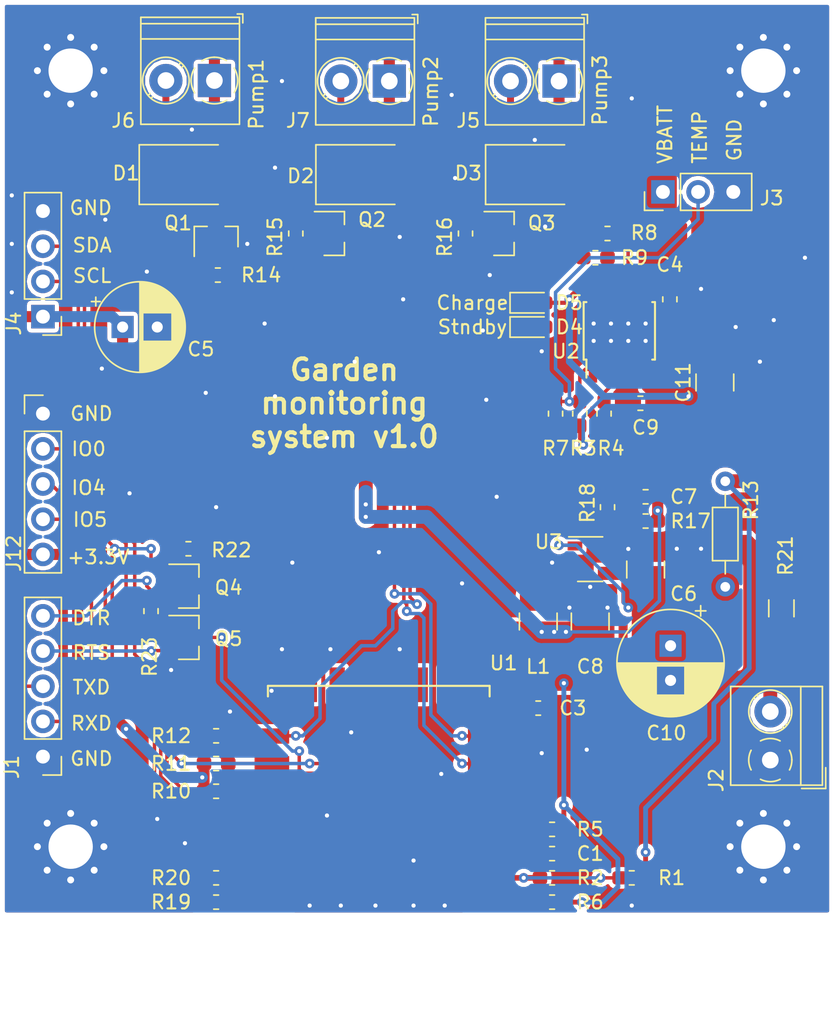
<source format=kicad_pcb>
(kicad_pcb (version 20171130) (host pcbnew 5.0.0-fee4fd1~66~ubuntu18.04.1)
  (layers (0 F.Cu signal) (31 B.Cu signal) (34 B.Paste user) (35 F.Paste user) (36 B.SilkS user) (37 F.SilkS user) (38 B.Mask user) (39 F.Mask user) (44 Edge.Cuts user))
  (net 0 "")
  (net 1 +3V3)
  (net 2 GND)
  (net 3 "Net-(U1-Pad17)")
  (net 4 "Net-(U1-Pad18)")
  (net 5 "Net-(U1-Pad21)")
  (net 6 "Net-(U1-Pad22)")
  (net 7 "Net-(J1-Pad2)")
  (net 8 +BATT)
  (net 9 "Net-(D1-Pad1)")
  (net 10 "Net-(D2-Pad1)")
  (net 11 "Net-(D3-Pad1)")
  (net 12 "Net-(R5-Pad2)")
  (net 13 "Net-(R15-Pad2)")
  (net 14 "Net-(Q2-Pad1)")
  (net 15 "Net-(Q1-Pad1)")
  (net 16 "Net-(R14-Pad2)")
  (net 17 "Net-(R12-Pad1)")
  (net 18 "Net-(R9-Pad2)")
  (net 19 "Net-(R8-Pad2)")
  (net 20 "Net-(R4-Pad1)")
  (net 21 "Net-(J3-Pad2)")
  (net 22 "Net-(C7-Pad2)")
  (net 23 /VBATT_MEAS)
  (net 24 "Net-(Q3-Pad1)")
  (net 25 "Net-(L1-Pad1)")
  (net 26 SDA)
  (net 27 SCL)
  (net 28 "Net-(C10-Pad1)")
  (net 29 "Net-(R19-Pad2)")
  (net 30 "Net-(R20-Pad2)")
  (net 31 "Net-(J12-Pad4)")
  (net 32 "Net-(J12-Pad3)")
  (net 33 "Net-(J12-Pad2)")
  (net 34 "Net-(J2-Pad2)")
  (net 35 VCC)
  (net 36 "Net-(Q5-Pad1)")
  (net 37 /DTR)
  (net 38 /RTS)
  (net 39 "Net-(Q4-Pad1)")
  (net 40 "Net-(J1-Pad3)")
  (net 41 "Net-(Q5-Pad3)")
  (net 42 "Net-(D4-Pad1)")
  (net 43 "Net-(D5-Pad1)")
  (net 44 "Net-(U1-Pad19)")
  (net 45 "Net-(U1-Pad20)")
  (module Connector_PinHeader_2.54mm:PinHeader_1x05_P2.54mm_Vertical (layer F.Cu) (at 118 109.5 180)
    (fp_text reference J1 (at 2.25 -0.75 270) (layer F.SilkS))
    (fp_text value UART)
    (pad 1 thru_hole rect (at 0 0 180) (size 1.7 1.7) (drill 1) (layers *.Cu *.Mask) (net 2 GND))
    (pad 2 thru_hole oval (at 0 2.54 180) (size 1.7 1.7) (drill 1) (layers *.Cu *.Mask) (net 7 "Net-(J1-Pad2)"))
    (pad 3 thru_hole oval (at 0 5.08 180) (size 1.7 1.7) (drill 1) (layers *.Cu *.Mask) (net 40 "Net-(J1-Pad3)"))
    (pad 4 thru_hole oval (at 0 7.62 180) (size 1.7 1.7) (drill 1) (layers *.Cu *.Mask) (net 38 /RTS))
    (pad 5 thru_hole oval (at 0 10.16 180) (size 1.7 1.7) (drill 1) (layers *.Cu *.Mask) (net 37 /DTR))
  )
  (module Diode_SMD:D_0603_1608Metric_Pad1.05x0.95mm_HandSolder (layer F.Cu) (at 153.375 78.5)
    (fp_text reference D4 (at 2.625 0) (layer F.SilkS))
    (fp_text value Stndby (at -4.375 0) (layer F.SilkS))
    (pad 2 smd roundrect (at 0.875 0) (size 1.05 0.95) (layers F.Cu F.Paste F.Mask) (net 35 VCC))
    (pad 1 smd roundrect (at -0.875 0) (size 1.05 0.95) (layers F.Cu F.Paste F.Mask) (net 42 "Net-(D4-Pad1)"))
  )
  (module Diode_SMD:D_0603_1608Metric_Pad1.05x0.95mm_HandSolder (layer F.Cu) (at 153.375 76.75)
    (fp_text reference D5 (at 2.625 0) (layer F.SilkS))
    (fp_text value Charge (at -4.375 0) (layer F.SilkS))
    (pad 1 smd roundrect (at -0.875 0) (size 1.05 0.95) (layers F.Cu F.Paste F.Mask) (net 43 "Net-(D5-Pad1)"))
    (pad 2 smd roundrect (at 0.875 0) (size 1.05 0.95) (layers F.Cu F.Paste F.Mask) (net 35 VCC))
  )
  (module Package_TO_SOT_SMD:SOT-23 (layer F.Cu) (at 128.5 97.2)
    (fp_text reference Q4 (at 2.9 0.1) (layer F.SilkS))
    (fp_text value BC817)
    (pad 3 smd rect (at 1 0) (size 0.9 0.8) (layers F.Cu F.Paste F.Mask) (net 33 "Net-(J12-Pad2)"))
    (pad 2 smd rect (at -1 0.95) (size 0.9 0.8) (layers F.Cu F.Paste F.Mask) (net 37 /DTR))
    (pad 1 smd rect (at -1 -0.95) (size 0.9 0.8) (layers F.Cu F.Paste F.Mask) (net 39 "Net-(Q4-Pad1)"))
  )
  (module Package_TO_SOT_SMD:SOT-23 (layer F.Cu) (at 128.5 100.9)
    (fp_text reference Q5 (at 2.9 0.1) (layer F.SilkS))
    (fp_text value BC817)
    (pad 1 smd rect (at -1 -0.95) (size 0.9 0.8) (layers F.Cu F.Paste F.Mask) (net 36 "Net-(Q5-Pad1)"))
    (pad 2 smd rect (at -1 0.95) (size 0.9 0.8) (layers F.Cu F.Paste F.Mask) (net 38 /RTS))
    (pad 3 smd rect (at 1 0) (size 0.9 0.8) (layers F.Cu F.Paste F.Mask) (net 41 "Net-(Q5-Pad3)"))
  )
  (module Resistor_SMD:R_0603_1608Metric_Pad1.05x0.95mm_HandSolder (layer F.Cu) (at 128.5 94.5)
    (fp_text reference R22 (at 3.1 0.1) (layer F.SilkS))
    (fp_text value 10k)
    (pad 2 smd roundrect (at 0.875 0) (size 1.05 0.95) (layers F.Cu F.Paste F.Mask) (net 38 /RTS))
    (pad 1 smd roundrect (at -0.875 0) (size 1.05 0.95) (layers F.Cu F.Paste F.Mask) (net 39 "Net-(Q4-Pad1)"))
  )
  (module Resistor_SMD:R_0603_1608Metric_Pad1.05x0.95mm_HandSolder (layer F.Cu) (at 125.8 99 90)
    (fp_text reference R23 (at -3.3 -0.1 90) (layer F.SilkS))
    (fp_text value 10k)
    (pad 1 smd roundrect (at -0.875 0 90) (size 1.05 0.95) (layers F.Cu F.Paste F.Mask) (net 36 "Net-(Q5-Pad1)"))
    (pad 2 smd roundrect (at 0.875 0 90) (size 1.05 0.95) (layers F.Cu F.Paste F.Mask) (net 37 /DTR))
  )
  (module Capacitor_SMD:C_1210_3225Metric_Pad1.42x2.65mm_HandSolder (layer F.Cu) (at 166.5 82.5 90)
    (fp_text reference C11 (at 0 -2.28 90) (layer F.SilkS))
    (fp_text value 10uF)
    (pad 1 smd roundrect (at -1.4875 0 90) (size 1.425 2.65) (layers F.Cu F.Paste F.Mask) (roundrect_rratio 0.175439) (net 35 VCC))
    (pad 2 smd roundrect (at 1.4875 0 90) (size 1.425 2.65) (layers F.Cu F.Paste F.Mask) (roundrect_rratio 0.175439) (net 2 GND))
  )
  (module Resistor_SMD:R_1206_3216Metric (layer F.Cu) (at 171.3 98.8 270)
    (fp_text reference R21 (at -3.8 -0.3 270) (layer F.SilkS))
    (fp_text value 0.4R)
    (pad 1 smd roundrect (at -1.4 0 270) (size 1.25 1.75) (layers F.Cu F.Paste F.Mask) (roundrect_rratio 0.2) (net 35 VCC))
    (pad 2 smd roundrect (at 1.4 0 270) (size 1.25 1.75) (layers F.Cu F.Paste F.Mask) (roundrect_rratio 0.2) (net 34 "Net-(J2-Pad2)"))
  )
  (module Connector_PinHeader_2.54mm:PinHeader_1x05_P2.54mm_Vertical (layer F.Cu) (at 118 84.75)
    (fp_text reference J12 (at -2.1 10.08 90) (layer F.SilkS))
    (fp_text value "Ext IO")
    (pad 1 thru_hole rect (at 0 0) (size 1.7 1.7) (drill 1) (layers *.Cu *.Mask) (net 2 GND))
    (pad 2 thru_hole oval (at 0 2.54) (size 1.7 1.7) (drill 1) (layers *.Cu *.Mask) (net 33 "Net-(J12-Pad2)"))
    (pad 3 thru_hole oval (at 0 5.08) (size 1.7 1.7) (drill 1) (layers *.Cu *.Mask) (net 32 "Net-(J12-Pad3)"))
    (pad 4 thru_hole oval (at 0 7.62) (size 1.7 1.7) (drill 1) (layers *.Cu *.Mask) (net 31 "Net-(J12-Pad4)"))
    (pad 5 thru_hole oval (at 0 10.16) (size 1.7 1.7) (drill 1) (layers *.Cu *.Mask) (net 1 +3V3))
  )
  (module Resistor_SMD:R_0603_1608Metric_Pad1.05x0.95mm_HandSolder (layer F.Cu) (at 130.5 118.25)
    (fp_text reference R20 (at -3.25 0) (layer F.SilkS))
    (fp_text value 1k)
    (pad 2 smd roundrect (at 0.875 0) (size 1.05 0.95) (layers F.Cu F.Paste F.Mask) (net 30 "Net-(R20-Pad2)"))
    (pad 1 smd roundrect (at -0.875 0) (size 1.05 0.95) (layers F.Cu F.Paste F.Mask) (net 7 "Net-(J1-Pad2)"))
  )
  (module Resistor_SMD:R_0603_1608Metric_Pad1.05x0.95mm_HandSolder (layer F.Cu) (at 130.5 120)
    (fp_text reference R19 (at -3.25 0) (layer F.SilkS))
    (fp_text value 1k)
    (pad 1 smd roundrect (at -0.875 0) (size 1.05 0.95) (layers F.Cu F.Paste F.Mask) (net 40 "Net-(J1-Pad3)"))
    (pad 2 smd roundrect (at 0.875 0) (size 1.05 0.95) (layers F.Cu F.Paste F.Mask) (net 29 "Net-(R19-Pad2)"))
  )
  (module Resistor_SMD:R_0603_1608Metric_Pad1.05x0.95mm_HandSolder (layer F.Cu) (at 155 84.75 90)
    (fp_text reference R7 (at -2.5 0 180) (layer F.SilkS))
    (fp_text value 10k)
    (pad 2 smd roundrect (at 0.875 0 90) (size 1.05 0.95) (layers F.Cu F.Paste F.Mask) (net 21 "Net-(J3-Pad2)"))
    (pad 1 smd roundrect (at -0.875 0 90) (size 1.05 0.95) (layers F.Cu F.Paste F.Mask) (net 2 GND))
  )
  (module Capacitor_THT:CP_Radial_D7.5mm_P2.50mm (layer F.Cu) (at 163.3 101.5 270)
    (fp_text reference C10 (at 6.3 0.3) (layer F.SilkS))
    (fp_text value 470uF/16V)
    (pad 1 thru_hole rect (at 0 0 270) (size 1.6 1.6) (drill 0.8) (layers *.Cu *.Mask) (net 28 "Net-(C10-Pad1)"))
    (pad 2 thru_hole circle (at 2.5 0 270) (size 1.6 1.6) (drill 0.8) (layers *.Cu *.Mask) (net 2 GND))
  )
  (module MountingHole:MountingHole_3.2mm_M3_Pad_Via (layer F.Cu) (at 170 116)
    (fp_text reference J10 hide)
    (fp_text value Screw_Terminal_01x01)
    (pad 1 thru_hole circle (at 1.697056 -1.697056) (size 0.8 0.8) (drill 0.5) (layers *.Cu *.Mask) (net 2 GND))
    (pad 1 thru_hole circle (at 0 -2.4) (size 0.8 0.8) (drill 0.5) (layers *.Cu *.Mask) (net 2 GND))
    (pad 1 thru_hole circle (at -1.697056 -1.697056) (size 0.8 0.8) (drill 0.5) (layers *.Cu *.Mask) (net 2 GND))
    (pad 1 thru_hole circle (at -2.4 0) (size 0.8 0.8) (drill 0.5) (layers *.Cu *.Mask) (net 2 GND))
    (pad 1 thru_hole circle (at -1.697056 1.697056) (size 0.8 0.8) (drill 0.5) (layers *.Cu *.Mask) (net 2 GND))
    (pad 1 thru_hole circle (at 0 2.4) (size 0.8 0.8) (drill 0.5) (layers *.Cu *.Mask) (net 2 GND))
    (pad 1 thru_hole circle (at 1.697056 1.697056) (size 0.8 0.8) (drill 0.5) (layers *.Cu *.Mask) (net 2 GND))
    (pad 1 thru_hole circle (at 2.4 0) (size 0.8 0.8) (drill 0.5) (layers *.Cu *.Mask) (net 2 GND))
    (pad 1 thru_hole circle (at 0 0) (size 6.4 6.4) (drill 3.2) (layers *.Cu *.Mask) (net 2 GND))
  )
  (module MountingHole:MountingHole_3.2mm_M3_Pad_Via (layer F.Cu) (at 170 60)
    (fp_text reference J9 hide)
    (fp_text value Screw_Terminal_01x01)
    (pad 1 thru_hole circle (at 0 0) (size 6.4 6.4) (drill 3.2) (layers *.Cu *.Mask) (net 2 GND))
    (pad 1 thru_hole circle (at 2.4 0) (size 0.8 0.8) (drill 0.5) (layers *.Cu *.Mask) (net 2 GND))
    (pad 1 thru_hole circle (at 1.697056 1.697056) (size 0.8 0.8) (drill 0.5) (layers *.Cu *.Mask) (net 2 GND))
    (pad 1 thru_hole circle (at 0 2.4) (size 0.8 0.8) (drill 0.5) (layers *.Cu *.Mask) (net 2 GND))
    (pad 1 thru_hole circle (at -1.697056 1.697056) (size 0.8 0.8) (drill 0.5) (layers *.Cu *.Mask) (net 2 GND))
    (pad 1 thru_hole circle (at -2.4 0) (size 0.8 0.8) (drill 0.5) (layers *.Cu *.Mask) (net 2 GND))
    (pad 1 thru_hole circle (at -1.697056 -1.697056) (size 0.8 0.8) (drill 0.5) (layers *.Cu *.Mask) (net 2 GND))
    (pad 1 thru_hole circle (at 0 -2.4) (size 0.8 0.8) (drill 0.5) (layers *.Cu *.Mask) (net 2 GND))
    (pad 1 thru_hole circle (at 1.697056 -1.697056) (size 0.8 0.8) (drill 0.5) (layers *.Cu *.Mask) (net 2 GND))
  )
  (module MountingHole:MountingHole_3.2mm_M3_Pad_Via (layer F.Cu) (at 120 60)
    (fp_text reference J11 hide)
    (fp_text value Screw_Terminal_01x01)
    (pad 1 thru_hole circle (at 1.697056 -1.697056) (size 0.8 0.8) (drill 0.5) (layers *.Cu *.Mask) (net 2 GND))
    (pad 1 thru_hole circle (at 0 -2.4) (size 0.8 0.8) (drill 0.5) (layers *.Cu *.Mask) (net 2 GND))
    (pad 1 thru_hole circle (at -1.697056 -1.697056) (size 0.8 0.8) (drill 0.5) (layers *.Cu *.Mask) (net 2 GND))
    (pad 1 thru_hole circle (at -2.4 0) (size 0.8 0.8) (drill 0.5) (layers *.Cu *.Mask) (net 2 GND))
    (pad 1 thru_hole circle (at -1.697056 1.697056) (size 0.8 0.8) (drill 0.5) (layers *.Cu *.Mask) (net 2 GND))
    (pad 1 thru_hole circle (at 0 2.4) (size 0.8 0.8) (drill 0.5) (layers *.Cu *.Mask) (net 2 GND))
    (pad 1 thru_hole circle (at 1.697056 1.697056) (size 0.8 0.8) (drill 0.5) (layers *.Cu *.Mask) (net 2 GND))
    (pad 1 thru_hole circle (at 2.4 0) (size 0.8 0.8) (drill 0.5) (layers *.Cu *.Mask) (net 2 GND))
    (pad 1 thru_hole circle (at 0 0) (size 6.4 6.4) (drill 3.2) (layers *.Cu *.Mask) (net 2 GND))
  )
  (module MountingHole:MountingHole_3.2mm_M3_Pad_Via (layer F.Cu) (at 120 116)
    (fp_text reference J8 hide)
    (fp_text value Screw_Terminal_01x01)
    (pad 1 thru_hole circle (at 0 0) (size 6.4 6.4) (drill 3.2) (layers *.Cu *.Mask) (net 2 GND))
    (pad 1 thru_hole circle (at 2.4 0) (size 0.8 0.8) (drill 0.5) (layers *.Cu *.Mask) (net 2 GND))
    (pad 1 thru_hole circle (at 1.697056 1.697056) (size 0.8 0.8) (drill 0.5) (layers *.Cu *.Mask) (net 2 GND))
    (pad 1 thru_hole circle (at 0 2.4) (size 0.8 0.8) (drill 0.5) (layers *.Cu *.Mask) (net 2 GND))
    (pad 1 thru_hole circle (at -1.697056 1.697056) (size 0.8 0.8) (drill 0.5) (layers *.Cu *.Mask) (net 2 GND))
    (pad 1 thru_hole circle (at -2.4 0) (size 0.8 0.8) (drill 0.5) (layers *.Cu *.Mask) (net 2 GND))
    (pad 1 thru_hole circle (at -1.697056 -1.697056) (size 0.8 0.8) (drill 0.5) (layers *.Cu *.Mask) (net 2 GND))
    (pad 1 thru_hole circle (at 0 -2.4) (size 0.8 0.8) (drill 0.5) (layers *.Cu *.Mask) (net 2 GND))
    (pad 1 thru_hole circle (at 1.697056 -1.697056) (size 0.8 0.8) (drill 0.5) (layers *.Cu *.Mask) (net 2 GND))
  )
  (module Capacitor_SMD:C_1210_3225Metric_Pad1.42x2.65mm_HandSolder (layer F.Cu) (at 161.5 96 90)
    (fp_text reference C6 (at -1.75 2.75 180) (layer F.SilkS))
    (fp_text value 10uF)
    (pad 2 smd roundrect (at 1.4875 0 90) (size 1.425 2.65) (layers F.Cu F.Paste F.Mask) (roundrect_rratio 0.175439) (net 2 GND))
    (pad 1 smd roundrect (at -1.4875 0 90) (size 1.425 2.65) (layers F.Cu F.Paste F.Mask) (roundrect_rratio 0.175439) (net 28 "Net-(C10-Pad1)"))
  )
  (module Capacitor_SMD:C_1210_3225Metric_Pad1.42x2.65mm_HandSolder (layer F.Cu) (at 157.5 99.75 90)
    (fp_text reference C8 (at -3.25 0 180) (layer F.SilkS))
    (fp_text value 22uF)
    (pad 1 smd roundrect (at -1.4875 0 90) (size 1.425 2.65) (layers F.Cu F.Paste F.Mask) (roundrect_rratio 0.175439) (net 1 +3V3))
    (pad 2 smd roundrect (at 1.4875 0 90) (size 1.425 2.65) (layers F.Cu F.Paste F.Mask) (roundrect_rratio 0.175439) (net 2 GND))
  )
  (module TerminalBlock_MetzConnect:TerminalBlock_MetzConnect_Type059_RT06302HBWC_1x02_P3.50mm_Horizontal (layer F.Cu) (at 170.5 109.75 90)
    (fp_text reference J2 (at -1.45 -3.9 90) (layer F.SilkS))
    (fp_text value "Solar panel input")
    (pad 1 thru_hole rect (at 0 0 90) (size 2.3 2.3) (drill 1.2) (layers *.Cu *.Mask) (net 2 GND))
    (pad 2 thru_hole circle (at 3.5 0 90) (size 2.3 2.3) (drill 1.2) (layers *.Cu *.Mask) (net 34 "Net-(J2-Pad2)"))
  )
  (module Package_SO:TI_SO-PowerPAD-8 (layer F.Cu) (at 159.6025 78.775 90)
    (fp_text reference U2 (at -1.475 -3.8525 180) (layer F.SilkS))
    (fp_text value TP4056)
    (pad 1 smd rect (at -2.78 -1.905 90) (size 1.91 0.61) (layers F.Cu F.Paste F.Mask) (net 21 "Net-(J3-Pad2)"))
    (pad 2 smd rect (at -2.78 -0.635 90) (size 1.91 0.61) (layers F.Cu F.Paste F.Mask) (net 20 "Net-(R4-Pad1)"))
    (pad 3 smd rect (at -2.78 0.635 90) (size 1.91 0.61) (layers F.Cu F.Paste F.Mask) (net 2 GND))
    (pad 4 smd rect (at -2.78 1.905 90) (size 1.91 0.61) (layers F.Cu F.Paste F.Mask) (net 35 VCC))
    (pad 5 smd rect (at 2.78 1.905 90) (size 1.91 0.61) (layers F.Cu F.Paste F.Mask) (net 8 +BATT))
    (pad 6 smd rect (at 2.78 0.635 90) (size 1.91 0.61) (layers F.Cu F.Paste F.Mask) (net 19 "Net-(R8-Pad2)"))
    (pad 7 smd rect (at 2.78 -0.635 90) (size 1.91 0.61) (layers F.Cu F.Paste F.Mask) (net 18 "Net-(R9-Pad2)"))
    (pad 8 smd rect (at 2.78 -1.905 90) (size 1.91 0.61) (layers F.Cu F.Paste F.Mask) (net 35 VCC))
    (pad 9 smd rect (at 0.6025 0.775 90) (size 1.205 1.55) (layers F.Cu F.Paste F.Mask) (net 2 GND))
    (pad 9 smd rect (at 0.6025 -0.775 90) (size 1.205 1.55) (layers F.Cu F.Paste F.Mask) (net 2 GND))
    (pad 9 smd rect (at -0.6025 0.775 90) (size 1.205 1.55) (layers F.Cu F.Paste F.Mask) (net 2 GND))
    (pad 9 smd rect (at -0.6025 -0.775 90) (size 1.205 1.55) (layers F.Cu F.Paste F.Mask) (net 2 GND))
  )
  (module Resistor_THT:R_Axial_DIN0204_L3.6mm_D1.6mm_P7.62mm_Horizontal (layer F.Cu) (at 167.25 97.25 90)
    (fp_text reference R13 (at 6.25 1.85 90) (layer F.SilkS))
    (fp_text value 10)
    (pad 1 thru_hole circle (at 0 0 90) (size 1.4 1.4) (drill 0.7) (layers *.Cu *.Mask) (net 28 "Net-(C10-Pad1)"))
    (pad 2 thru_hole oval (at 7.62 0 90) (size 1.4 1.4) (drill 0.7) (layers *.Cu *.Mask) (net 8 +BATT))
  )
  (module Connector_PinHeader_2.54mm:PinHeader_1x04_P2.54mm_Vertical (layer F.Cu) (at 118 77.75 180)
    (fp_text reference J4 (at 2.1 -0.5 270) (layer F.SilkS))
    (fp_text value "I2C Sensor connector")
    (pad 1 thru_hole rect (at 0 0 180) (size 1.7 1.7) (drill 1) (layers *.Cu *.Mask) (net 1 +3V3))
    (pad 2 thru_hole oval (at 0 2.54 180) (size 1.7 1.7) (drill 1) (layers *.Cu *.Mask) (net 27 SCL))
    (pad 3 thru_hole oval (at 0 5.08 180) (size 1.7 1.7) (drill 1) (layers *.Cu *.Mask) (net 26 SDA))
    (pad 4 thru_hole oval (at 0 7.62 180) (size 1.7 1.7) (drill 1) (layers *.Cu *.Mask) (net 2 GND))
  )
  (module Capacitor_SMD:C_0603_1608Metric (layer F.Cu) (at 153.75 106)
    (fp_text reference C3 (at 2.5 0) (layer F.SilkS))
    (fp_text value 100nF)
    (pad 1 smd roundrect (at -0.7875 0) (size 0.875 0.95) (layers F.Cu F.Paste F.Mask) (net 1 +3V3))
    (pad 2 smd roundrect (at 0.7875 0) (size 0.875 0.95) (layers F.Cu F.Paste F.Mask) (net 2 GND))
  )
  (module Capacitor_SMD:C_0603_1608Metric_Pad1.05x0.95mm_HandSolder (layer F.Cu) (at 161.125 84 180)
    (fp_text reference C9 (at -0.375 -1.75 180) (layer F.SilkS))
    (fp_text value 470nF)
    (pad 1 smd roundrect (at -0.875 0 180) (size 1.05 0.95) (layers F.Cu F.Paste F.Mask) (net 35 VCC))
    (pad 2 smd roundrect (at 0.875 0 180) (size 1.05 0.95) (layers F.Cu F.Paste F.Mask) (net 2 GND))
  )
  (module SOT-23 (layer F.Cu) (at 130.5 72 90)
    (fp_text reference Q1 (at 1 -2.75 180) (layer F.SilkS))
    (fp_text value IRLML6244TRPbF)
    (pad 1 smd rect (at -1 -0.95 90) (size 0.9 0.8) (layers F.Cu F.Paste F.Mask) (net 15 "Net-(Q1-Pad1)"))
    (pad 2 smd rect (at -1 0.95 90) (size 0.9 0.8) (layers F.Cu F.Paste F.Mask) (net 2 GND))
    (pad 3 smd rect (at 1 0 90) (size 0.9 0.8) (layers F.Cu F.Paste F.Mask) (net 9 "Net-(D1-Pad1)"))
  )
  (module SOT-23 (layer F.Cu) (at 139 71.75)
    (fp_text reference Q2 (at 2.75 -1) (layer F.SilkS))
    (fp_text value IRLML6244TRPbF)
    (pad 3 smd rect (at 1 0) (size 0.9 0.8) (layers F.Cu F.Paste F.Mask) (net 10 "Net-(D2-Pad1)"))
    (pad 2 smd rect (at -1 0.95) (size 0.9 0.8) (layers F.Cu F.Paste F.Mask) (net 2 GND))
    (pad 1 smd rect (at -1 -0.95) (size 0.9 0.8) (layers F.Cu F.Paste F.Mask) (net 14 "Net-(Q2-Pad1)"))
  )
  (module SOT-23 (layer F.Cu) (at 151.25 71.75)
    (fp_text reference Q3 (at 2.75 -0.75) (layer F.SilkS))
    (fp_text value IRLML6244TRPbF)
    (pad 1 smd rect (at -1 -0.95) (size 0.9 0.8) (layers F.Cu F.Paste F.Mask) (net 24 "Net-(Q3-Pad1)"))
    (pad 2 smd rect (at -1 0.95) (size 0.9 0.8) (layers F.Cu F.Paste F.Mask) (net 2 GND))
    (pad 3 smd rect (at 1 0) (size 0.9 0.8) (layers F.Cu F.Paste F.Mask) (net 11 "Net-(D3-Pad1)"))
  )
  (module Capacitor_SMD:C_0603_1608Metric_Pad1.05x0.95mm_HandSolder (layer F.Cu) (at 154.75 116.5)
    (fp_text reference C1 (at 2.75 0) (layer F.SilkS))
    (fp_text value 100nF)
    (pad 2 smd roundrect (at 0.875 0) (size 1.05 0.95) (layers F.Cu F.Paste F.Mask) (net 2 GND))
    (pad 1 smd roundrect (at -0.875 0) (size 1.05 0.95) (layers F.Cu F.Paste F.Mask) (net 23 /VBATT_MEAS))
  )
  (module Capacitor_SMD:C_0603_1608Metric_Pad1.05x0.95mm_HandSolder (layer F.Cu) (at 163.25 76.5 270)
    (fp_text reference C4 (at -2.5 0) (layer F.SilkS))
    (fp_text value 4.7uF)
    (pad 1 smd roundrect (at -0.875 0 270) (size 1.05 0.95) (layers F.Cu F.Paste F.Mask) (net 8 +BATT))
    (pad 2 smd roundrect (at 0.875 0 270) (size 1.05 0.95) (layers F.Cu F.Paste F.Mask) (net 2 GND))
  )
  (module Capacitor_SMD:C_0603_1608Metric_Pad1.05x0.95mm_HandSolder (layer F.Cu) (at 161.5 90.75 180)
    (fp_text reference C7 (at -2.75 0 180) (layer F.SilkS))
    (fp_text value 100nF)
    (pad 1 smd roundrect (at -0.875 0 180) (size 1.05 0.95) (layers F.Cu F.Paste F.Mask) (net 1 +3V3))
    (pad 2 smd roundrect (at 0.875 0 180) (size 1.05 0.95) (layers F.Cu F.Paste F.Mask) (net 22 "Net-(C7-Pad2)"))
  )
  (module Capacitor_THT:CP_Radial_D6.3mm_P2.50mm (layer F.Cu) (at 123.75 78.5)
    (fp_text reference C5 (at 5.65 1.6 -180) (layer F.SilkS))
    (fp_text value CP1)
    (pad 1 thru_hole rect (at 0 0) (size 1.6 1.6) (drill 0.8) (layers *.Cu *.Mask) (net 1 +3V3))
    (pad 2 thru_hole circle (at 2.5 0) (size 1.6 1.6) (drill 0.8) (layers *.Cu *.Mask) (net 2 GND))
  )
  (module Connector_PinHeader_2.54mm:PinHeader_1x03_P2.54mm_Vertical (layer F.Cu) (at 162.75 68.75 90)
    (fp_text reference J3 (at -0.45 7.85 180) (layer F.SilkS))
    (fp_text value "Battery input")
    (pad 1 thru_hole rect (at 0 0 90) (size 1.7 1.7) (drill 1) (layers *.Cu *.Mask) (net 8 +BATT))
    (pad 2 thru_hole oval (at 0 2.54 90) (size 1.7 1.7) (drill 1) (layers *.Cu *.Mask) (net 21 "Net-(J3-Pad2)"))
    (pad 3 thru_hole oval (at 0 5.08 90) (size 1.7 1.7) (drill 1) (layers *.Cu *.Mask) (net 2 GND))
  )
  (module Diode_SMD:D_SMB (layer F.Cu) (at 128.5 67.5)
    (fp_text reference D1 (at -4.5 -0.1) (layer F.SilkS))
    (fp_text value SS14)
    (pad 1 smd rect (at -2.15 0) (size 2.5 2.3) (layers F.Cu F.Paste F.Mask) (net 9 "Net-(D1-Pad1)"))
    (pad 2 smd rect (at 2.15 0) (size 2.5 2.3) (layers F.Cu F.Paste F.Mask) (net 8 +BATT))
  )
  (module Diode_SMD:D_SMB (layer F.Cu) (at 141.25 67.5)
    (fp_text reference D2 (at -4.65 0.1) (layer F.SilkS))
    (fp_text value SS14)
    (pad 2 smd rect (at 2.15 0) (size 2.5 2.3) (layers F.Cu F.Paste F.Mask) (net 8 +BATT))
    (pad 1 smd rect (at -2.15 0) (size 2.5 2.3) (layers F.Cu F.Paste F.Mask) (net 10 "Net-(D2-Pad1)"))
  )
  (module Diode_SMD:D_SMB (layer F.Cu) (at 153.5 67.5)
    (fp_text reference D3 (at -4.8 -0.1) (layer F.SilkS))
    (fp_text value SS14)
    (pad 1 smd rect (at -2.15 0) (size 2.5 2.3) (layers F.Cu F.Paste F.Mask) (net 11 "Net-(D3-Pad1)"))
    (pad 2 smd rect (at 2.15 0) (size 2.5 2.3) (layers F.Cu F.Paste F.Mask) (net 8 +BATT))
  )
  (module Inductor_SMD:L_1210_3225Metric_Pad1.42x2.65mm_HandSolder (layer F.Cu) (at 153.75 99.75 270)
    (fp_text reference L1 (at 3.25 0) (layer F.SilkS))
    (fp_text value 2.2uH)
    (pad 1 smd roundrect (at -1.4875 0 270) (size 1.425 2.65) (layers F.Cu F.Paste F.Mask) (roundrect_rratio 0.175439) (net 25 "Net-(L1-Pad1)"))
    (pad 2 smd roundrect (at 1.4875 0 270) (size 1.425 2.65) (layers F.Cu F.Paste F.Mask) (roundrect_rratio 0.175439) (net 1 +3V3))
  )
  (module Package_TO_SOT_SMD:SOT-23-5 (layer F.Cu) (at 157.5 95.25)
    (fp_text reference U3 (at -3 -1.25) (layer F.SilkS))
    (fp_text value SY8008)
    (pad 1 smd rect (at -1.1 -0.95) (size 1.06 0.65) (layers F.Cu F.Paste F.Mask) (net 28 "Net-(C10-Pad1)"))
    (pad 2 smd rect (at -1.1 0) (size 1.06 0.65) (layers F.Cu F.Paste F.Mask) (net 2 GND))
    (pad 3 smd rect (at -1.1 0.95) (size 1.06 0.65) (layers F.Cu F.Paste F.Mask) (net 25 "Net-(L1-Pad1)"))
    (pad 4 smd rect (at 1.1 0.95) (size 1.06 0.65) (layers F.Cu F.Paste F.Mask) (net 28 "Net-(C10-Pad1)"))
    (pad 5 smd rect (at 1.1 -0.95) (size 1.06 0.65) (layers F.Cu F.Paste F.Mask) (net 22 "Net-(C7-Pad2)"))
  )
  (module Resistor_SMD:R_0603_1608Metric_Pad1.05x0.95mm_HandSolder (layer F.Cu) (at 160.5 118.25 180)
    (fp_text reference R1 (at -2.875 0 180) (layer F.SilkS))
    (fp_text value 4.7M)
    (pad 2 smd roundrect (at 0.875 0 180) (size 1.05 0.95) (layers F.Cu F.Paste F.Mask) (net 23 /VBATT_MEAS))
    (pad 1 smd roundrect (at -0.875 0 180) (size 1.05 0.95) (layers F.Cu F.Paste F.Mask) (net 8 +BATT))
  )
  (module Resistor_SMD:R_0603_1608Metric_Pad1.05x0.95mm_HandSolder (layer F.Cu) (at 148.5 71.75 270)
    (fp_text reference R16 (at 0.25 1.5 270) (layer F.SilkS))
    (fp_text value 10)
    (pad 1 smd roundrect (at -0.875 0 270) (size 1.05 0.95) (layers F.Cu F.Paste F.Mask) (net 24 "Net-(Q3-Pad1)"))
    (pad 2 smd roundrect (at 0.875 0 270) (size 1.05 0.95) (layers F.Cu F.Paste F.Mask) (net 17 "Net-(R12-Pad1)"))
  )
  (module Resistor_SMD:R_0603_1608Metric_Pad1.05x0.95mm_HandSolder (layer F.Cu) (at 161.5 92.5 180)
    (fp_text reference R17 (at -3.25 0 180) (layer F.SilkS))
    (fp_text value 10k)
    (pad 2 smd roundrect (at 0.875 0 180) (size 1.05 0.95) (layers F.Cu F.Paste F.Mask) (net 22 "Net-(C7-Pad2)"))
    (pad 1 smd roundrect (at -0.875 0 180) (size 1.05 0.95) (layers F.Cu F.Paste F.Mask) (net 1 +3V3))
  )
  (module Resistor_SMD:R_0603_1608Metric_Pad1.05x0.95mm_HandSolder (layer F.Cu) (at 154.75 118.25)
    (fp_text reference R2 (at 2.75 0) (layer F.SilkS))
    (fp_text value 1M)
    (pad 1 smd roundrect (at -0.875 0) (size 1.05 0.95) (layers F.Cu F.Paste F.Mask) (net 23 /VBATT_MEAS))
    (pad 2 smd roundrect (at 0.875 0) (size 1.05 0.95) (layers F.Cu F.Paste F.Mask) (net 2 GND))
  )
  (module Resistor_SMD:R_0603_1608Metric_Pad1.05x0.95mm_HandSolder (layer F.Cu) (at 158.75 91.5 90)
    (fp_text reference R18 (at 0.3 -1.45 90) (layer F.SilkS))
    (fp_text value 10k)
    (pad 2 smd roundrect (at 0.875 0 90) (size 1.05 0.95) (layers F.Cu F.Paste F.Mask) (net 2 GND))
    (pad 1 smd roundrect (at -0.875 0 90) (size 1.05 0.95) (layers F.Cu F.Paste F.Mask) (net 22 "Net-(C7-Pad2)"))
  )
  (module Resistor_SMD:R_0603_1608Metric_Pad1.05x0.95mm_HandSolder (layer F.Cu) (at 156.75 84.75 270)
    (fp_text reference R3 (at 2.5 -0.25) (layer F.SilkS))
    (fp_text value 10k)
    (pad 1 smd roundrect (at -0.875 0 270) (size 1.05 0.95) (layers F.Cu F.Paste F.Mask) (net 21 "Net-(J3-Pad2)"))
    (pad 2 smd roundrect (at 0.875 0 270) (size 1.05 0.95) (layers F.Cu F.Paste F.Mask) (net 35 VCC))
  )
  (module Resistor_SMD:R_0603_1608Metric_Pad1.05x0.95mm_HandSolder (layer F.Cu) (at 158.5 84.75 270)
    (fp_text reference R4 (at 2.5 -0.5) (layer F.SilkS))
    (fp_text value 10k)
    (pad 2 smd roundrect (at 0.875 0 270) (size 1.05 0.95) (layers F.Cu F.Paste F.Mask) (net 2 GND))
    (pad 1 smd roundrect (at -0.875 0 270) (size 1.05 0.95) (layers F.Cu F.Paste F.Mask) (net 20 "Net-(R4-Pad1)"))
  )
  (module Resistor_SMD:R_0603_1608Metric_Pad1.05x0.95mm_HandSolder (layer F.Cu) (at 154.75 120 180)
    (fp_text reference R6 (at -2.75 0 180) (layer F.SilkS))
    (fp_text value 10k)
    (pad 1 smd roundrect (at -0.875 0 180) (size 1.05 0.95) (layers F.Cu F.Paste F.Mask) (net 1 +3V3))
    (pad 2 smd roundrect (at 0.875 0 180) (size 1.05 0.95) (layers F.Cu F.Paste F.Mask) (net 41 "Net-(Q5-Pad3)"))
  )
  (module Resistor_SMD:R_0603_1608Metric_Pad1.05x0.95mm_HandSolder (layer F.Cu) (at 158.75 71.75)
    (fp_text reference R8 (at 2.65 -0.05) (layer F.SilkS))
    (fp_text value 300)
    (pad 1 smd roundrect (at -0.875 0) (size 1.05 0.95) (layers F.Cu F.Paste F.Mask) (net 42 "Net-(D4-Pad1)"))
    (pad 2 smd roundrect (at 0.875 0) (size 1.05 0.95) (layers F.Cu F.Paste F.Mask) (net 19 "Net-(R8-Pad2)"))
  )
  (module Resistor_SMD:R_0603_1608Metric_Pad1.05x0.95mm_HandSolder (layer F.Cu) (at 157.875 73.5)
    (fp_text reference R9 (at 2.825 0) (layer F.SilkS))
    (fp_text value 300)
    (pad 2 smd roundrect (at 0.875 0) (size 1.05 0.95) (layers F.Cu F.Paste F.Mask) (net 18 "Net-(R9-Pad2)"))
    (pad 1 smd roundrect (at -0.875 0) (size 1.05 0.95) (layers F.Cu F.Paste F.Mask) (net 43 "Net-(D5-Pad1)"))
  )
  (module Resistor_SMD:R_0603_1608Metric_Pad1.05x0.95mm_HandSolder (layer F.Cu) (at 130.5 112)
    (fp_text reference R10 (at -3.25 0) (layer F.SilkS))
    (fp_text value 10k)
    (pad 1 smd roundrect (at -0.875 0) (size 1.05 0.95) (layers F.Cu F.Paste F.Mask) (net 1 +3V3))
    (pad 2 smd roundrect (at 0.875 0) (size 1.05 0.95) (layers F.Cu F.Paste F.Mask) (net 33 "Net-(J12-Pad2)"))
  )
  (module Resistor_SMD:R_0603_1608Metric_Pad1.05x0.95mm_HandSolder (layer F.Cu) (at 130.5 110)
    (fp_text reference R11 (at -3.25 0) (layer F.SilkS))
    (fp_text value 10k)
    (pad 2 smd roundrect (at 0.875 0) (size 1.05 0.95) (layers F.Cu F.Paste F.Mask) (net 26 SDA))
    (pad 1 smd roundrect (at -0.875 0) (size 1.05 0.95) (layers F.Cu F.Paste F.Mask) (net 1 +3V3))
  )
  (module Resistor_SMD:R_0603_1608Metric_Pad1.05x0.95mm_HandSolder (layer F.Cu) (at 130.5 108 180)
    (fp_text reference R12 (at 3.25 0 180) (layer F.SilkS))
    (fp_text value 10k)
    (pad 1 smd roundrect (at -0.875 0 180) (size 1.05 0.95) (layers F.Cu F.Paste F.Mask) (net 17 "Net-(R12-Pad1)"))
    (pad 2 smd roundrect (at 0.875 0 180) (size 1.05 0.95) (layers F.Cu F.Paste F.Mask) (net 2 GND))
  )
  (module Resistor_SMD:R_0603_1608Metric_Pad1.05x0.95mm_HandSolder (layer F.Cu) (at 130.625 74.75)
    (fp_text reference R14 (at 3.125 0) (layer F.SilkS))
    (fp_text value 10)
    (pad 1 smd roundrect (at -0.875 0) (size 1.05 0.95) (layers F.Cu F.Paste F.Mask) (net 15 "Net-(Q1-Pad1)"))
    (pad 2 smd roundrect (at 0.875 0) (size 1.05 0.95) (layers F.Cu F.Paste F.Mask) (net 16 "Net-(R14-Pad2)"))
  )
  (module Resistor_SMD:R_0603_1608Metric_Pad1.05x0.95mm_HandSolder (layer F.Cu) (at 136.25 71.75 270)
    (fp_text reference R15 (at 0.25 1.5 270) (layer F.SilkS))
    (fp_text value 10)
    (pad 2 smd roundrect (at 0.875 0 270) (size 1.05 0.95) (layers F.Cu F.Paste F.Mask) (net 13 "Net-(R15-Pad2)"))
    (pad 1 smd roundrect (at -0.875 0 270) (size 1.05 0.95) (layers F.Cu F.Paste F.Mask) (net 14 "Net-(Q2-Pad1)"))
  )
  (module Resistor_SMD:R_0603_1608Metric_Pad1.05x0.95mm_HandSolder (layer F.Cu) (at 154.75 114.75 180)
    (fp_text reference R5 (at -2.75 0 180) (layer F.SilkS))
    (fp_text value 10k)
    (pad 1 smd roundrect (at -0.875 0 180) (size 1.05 0.95) (layers F.Cu F.Paste F.Mask) (net 1 +3V3))
    (pad 2 smd roundrect (at 0.875 0 180) (size 1.05 0.95) (layers F.Cu F.Paste F.Mask) (net 12 "Net-(R5-Pad2)"))
  )
  (module TerminalBlock_Phoenix:TerminalBlock_Phoenix_PT-1,5-2-3.5-H_1x02_P3.50mm_Horizontal (layer F.Cu) (at 155.25 60.75 180)
    (fp_text reference J5 (at 6.55 -2.85 180) (layer F.SilkS))
    (fp_text value Pump3 (at -2.95 -0.65 270) (layer F.SilkS))
    (pad 1 thru_hole rect (at 0 0 180) (size 2.4 2.4) (drill 1.2) (layers *.Cu *.Mask) (net 8 +BATT))
    (pad 2 thru_hole circle (at 3.5 0 180) (size 2.4 2.4) (drill 1.2) (layers *.Cu *.Mask) (net 11 "Net-(D3-Pad1)"))
  )
  (module TerminalBlock_Phoenix:TerminalBlock_Phoenix_PT-1,5-2-3.5-H_1x02_P3.50mm_Horizontal (layer F.Cu) (at 143 60.75 180)
    (fp_text reference J7 (at 6.6 -2.85 180) (layer F.SilkS))
    (fp_text value Pump2 (at -3 -0.75 270) (layer F.SilkS))
    (pad 2 thru_hole circle (at 3.5 0 180) (size 2.4 2.4) (drill 1.2) (layers *.Cu *.Mask) (net 10 "Net-(D2-Pad1)"))
    (pad 1 thru_hole rect (at 0 0 180) (size 2.4 2.4) (drill 1.2) (layers *.Cu *.Mask) (net 8 +BATT))
  )
  (module TerminalBlock_Phoenix:TerminalBlock_Phoenix_PT-1,5-2-3.5-H_1x02_P3.50mm_Horizontal (layer F.Cu) (at 130.375 60.71 180)
    (fp_text reference J6 (at 6.575 -2.89 180) (layer F.SilkS))
    (fp_text value Pump1 (at -3.025 -0.99 270) (layer F.SilkS))
    (pad 1 thru_hole rect (at 0 0 180) (size 2.4 2.4) (drill 1.2) (layers *.Cu *.Mask) (net 8 +BATT))
    (pad 2 thru_hole circle (at 3.5 0 180) (size 2.4 2.4) (drill 1.2) (layers *.Cu *.Mask) (net 9 "Net-(D1-Pad1)"))
  )
  (module ESP8266:ESP-12E_SMD (layer F.Cu) (at 149.225 120.015 180)
    (fp_text reference U1 (at -2.025 17.265) (layer F.SilkS))
    (fp_text value ESP-12F hide)
    (pad 1 smd rect (at 0 0 180) (size 2.5 1.1) (drill (offset -0.7 0)) (layers F.Cu F.Paste F.Mask) (net 41 "Net-(Q5-Pad3)"))
    (pad 2 smd rect (at 0 2 180) (size 2.5 1.1) (drill (offset -0.7 0)) (layers F.Cu F.Paste F.Mask) (net 23 /VBATT_MEAS))
    (pad 3 smd rect (at 0 4 180) (size 2.5 1.1) (drill (offset -0.7 0)) (layers F.Cu F.Paste F.Mask) (net 12 "Net-(R5-Pad2)"))
    (pad 4 smd rect (at 0 6 180) (size 2.5 1.1) (drill (offset -0.7 0)) (layers F.Cu F.Paste F.Mask) (net 41 "Net-(Q5-Pad3)"))
    (pad 5 smd rect (at 0 8 180) (size 2.5 1.1) (drill (offset -0.7 0)) (layers F.Cu F.Paste F.Mask) (net 27 SCL))
    (pad 6 smd rect (at 0 10 180) (size 2.5 1.1) (drill (offset -0.7 0)) (layers F.Cu F.Paste F.Mask) (net 13 "Net-(R15-Pad2)"))
    (pad 7 smd rect (at 0 12 180) (size 2.5 1.1) (drill (offset -0.7 0)) (layers F.Cu F.Paste F.Mask) (net 16 "Net-(R14-Pad2)"))
    (pad 8 smd rect (at 0 14 180) (size 2.5 1.1) (drill (offset -0.7 0)) (layers F.Cu F.Paste F.Mask) (net 1 +3V3))
    (pad 9 smd rect (at 14 14 180) (size 2.5 1.1) (drill (offset 0.7 0)) (layers F.Cu F.Paste F.Mask) (net 2 GND))
    (pad 10 smd rect (at 14 12 180) (size 2.5 1.1) (drill (offset 0.7 0)) (layers F.Cu F.Paste F.Mask) (net 17 "Net-(R12-Pad1)"))
    (pad 11 smd rect (at 14 10 180) (size 2.5 1.1) (drill (offset 0.7 0)) (layers F.Cu F.Paste F.Mask) (net 26 SDA))
    (pad 12 smd rect (at 14 8 180) (size 2.5 1.1) (drill (offset 0.7 0)) (layers F.Cu F.Paste F.Mask) (net 33 "Net-(J12-Pad2)"))
    (pad 13 smd rect (at 14 6 180) (size 2.5 1.1) (drill (offset 0.7 0)) (layers F.Cu F.Paste F.Mask) (net 32 "Net-(J12-Pad3)"))
    (pad 14 smd rect (at 14 4 180) (size 2.5 1.1) (drill (offset 0.7 0)) (layers F.Cu F.Paste F.Mask) (net 31 "Net-(J12-Pad4)"))
    (pad 15 smd rect (at 14 2 180) (size 2.5 1.1) (drill (offset 0.7 0)) (layers F.Cu F.Paste F.Mask) (net 30 "Net-(R20-Pad2)"))
    (pad 16 smd rect (at 14 0 180) (size 2.5 1.1) (drill (offset 0.7 0)) (layers F.Cu F.Paste F.Mask) (net 29 "Net-(R19-Pad2)"))
    (pad 17 smd rect (at 1.99 15 270) (size 2.5 1.1) (drill (offset -0.7 0)) (layers F.Cu F.Paste F.Mask) (net 3 "Net-(U1-Pad17)"))
    (pad 18 smd rect (at 3.99 15 270) (size 2.5 1.1) (drill (offset -0.7 0)) (layers F.Cu F.Paste F.Mask) (net 4 "Net-(U1-Pad18)"))
    (pad 19 smd rect (at 5.99 15 270) (size 2.5 1.1) (drill (offset -0.7 0)) (layers F.Cu F.Paste F.Mask) (net 44 "Net-(U1-Pad19)"))
    (pad 20 smd rect (at 7.99 15 270) (size 2.5 1.1) (drill (offset -0.7 0)) (layers F.Cu F.Paste F.Mask) (net 45 "Net-(U1-Pad20)"))
    (pad 21 smd rect (at 9.99 15 270) (size 2.5 1.1) (drill (offset -0.7 0)) (layers F.Cu F.Paste F.Mask) (net 5 "Net-(U1-Pad21)"))
    (pad 22 smd rect (at 11.99 15 270) (size 2.5 1.1) (drill (offset -0.7 0)) (layers F.Cu F.Paste F.Mask) (net 6 "Net-(U1-Pad22)"))
  )
  (gr_text "Garden\nmonitoring\nsystem v1.0" (at 139.75 84) (layer F.SilkS) (effects (font (size 1.5 1.5) (thickness 0.3))))
  (gr_text GND (at 121.5 109.65) (layer F.SilkS) (effects (font (size 1 1))))
  (gr_text RTS (at 121.5 102) (layer F.SilkS) (effects (font (size 1 1))))
  (gr_text DTR (at 121.5 99.5) (layer F.SilkS) (effects (font (size 1 1))))
  (gr_text GND (at 167.9 65 90) (layer F.SilkS) (effects (font (size 1 1))))
  (gr_text TEMP (at 165.4 64.8 90) (layer F.SilkS) (effects (font (size 1 1))))
  (gr_text VBATT (at 162.9 64.6 90) (layer F.SilkS) (effects (font (size 1 1))))
  (gr_text IO0 (at 121.3 87.3) (layer F.SilkS) (effects (font (size 1 1))))
  (gr_text IO4 (at 121.3 90.1) (layer F.SilkS) (effects (font (size 1 1))))
  (gr_text IO5 (at 121.4 92.4) (layer F.SilkS) (effects (font (size 1 1))))
  (gr_text +3.3V (at 122 95.1) (layer F.SilkS) (effects (font (size 1 1))))
  (gr_text GND (at 121.5 84.75) (layer F.SilkS) (effects (font (size 1 1))))
  (gr_text RXD (at 121.5 107.1) (layer F.SilkS) (effects (font (size 1 1))))
  (gr_text TXD (at 121.5 104.5) (layer F.SilkS) (effects (font (size 1 1))))
  (gr_text GND (at 121.45 69.9) (layer F.SilkS) (effects (font (size 1 1))))
  (gr_text SCL (at 121.55 74.8) (layer F.SilkS) (effects (font (size 1 1))))
  (gr_text SDA (at 121.55 72.6) (layer F.SilkS) (effects (font (size 1 1))))
  (via (at 158.75 98.75) (size 0.7) (drill 0.3) (layers F.Cu B.Cu) (net 2))
  (via (at 160.25 79.5) (size 0.7) (drill 0.3) (layers F.Cu B.Cu) (net 2))
  (via (at 159 79.5) (size 0.7) (drill 0.3) (layers F.Cu B.Cu) (net 2))
  (via (at 160.25 78.25) (size 0.7) (drill 0.3) (layers F.Cu B.Cu) (net 2))
  (via (at 159 78.25) (size 0.7) (drill 0.3) (layers F.Cu B.Cu) (net 2))
  (via (at 155.6 104.2) (size 0.7) (drill 0.3) (layers F.Cu B.Cu) (net 1))
  (via (at 155.6 113) (size 0.7) (drill 0.3) (layers F.Cu B.Cu) (net 1))
  (segment (start 129.625 112) (end 129.625 110) (width 0.8) (layer F.Cu) (net 1))
  (segment (start 156.71679 100.45429) (end 155.79571 100.45429) (width 0.25) (layer F.Cu) (net 1))
  (segment (start 157.5 101.2375) (end 156.71679 100.45429) (width 0.25) (layer F.Cu) (net 1))
  (via (at 155.75 100.5) (size 0.7) (drill 0.3) (layers F.Cu B.Cu) (net 1))
  (segment (start 155.79571 100.45429) (end 155.75 100.5) (width 0.25) (layer F.Cu) (net 1))
  (segment (start 162.5 91.875) (end 162.375 91.75) (width 0.25) (layer B.Cu) (net 1))
  (segment (start 162.375 91.75) (end 162.375 90.75) (width 0.8) (layer F.Cu) (net 1))
  (segment (start 162.5 98.25) (end 162.5 91.875) (width 0.25) (layer B.Cu) (net 1))
  (via (at 162.375 91.75) (size 0.7) (drill 0.3) (layers F.Cu B.Cu) (net 1))
  (segment (start 162.375 92.5) (end 162.375 91.75) (width 0.8) (layer F.Cu) (net 1))
  (segment (start 155.75 100.5) (end 160.25 100.5) (width 0.25) (layer B.Cu) (net 1))
  (segment (start 160.25 100.5) (end 162.5 98.25) (width 0.25) (layer B.Cu) (net 1))
  (via (at 124 107.5) (size 0.7) (drill 0.3) (layers F.Cu B.Cu) (net 1))
  (segment (start 124 107.5) (end 124.349999 107.849999) (width 0.8) (layer B.Cu) (net 1))
  (segment (start 124.349999 107.849999) (end 127.5 111) (width 0.8) (layer B.Cu) (net 1))
  (segment (start 127.5 111) (end 129.5 111) (width 0.8) (layer B.Cu) (net 1))
  (via (at 129.5 111) (size 0.7) (drill 0.3) (layers F.Cu B.Cu) (net 1))
  (via (at 141.3 91.3) (size 0.7) (drill 0.3) (layers F.Cu B.Cu) (net 1))
  (segment (start 141.3 91.3) (end 141.3 87.9) (width 1) (layer F.Cu) (net 1))
  (via (at 141.3 92.2) (size 0.7) (drill 0.3) (layers F.Cu B.Cu) (net 1))
  (segment (start 141.3 92.2) (end 141.3 91.3) (width 1) (layer F.Cu) (net 1))
  (segment (start 141.3 90.4) (end 141.3 92.2) (width 1) (layer B.Cu) (net 1))
  (segment (start 143.8 92.2) (end 141.3 92.2) (width 1) (layer B.Cu) (net 1))
  (segment (start 145.7 92.2) (end 143.8 92.2) (width 1) (layer B.Cu) (net 1))
  (via (at 154.9 100.5) (size 0.7) (drill 0.3) (layers F.Cu B.Cu) (net 1))
  (segment (start 155 100.5) (end 154 100.5) (width 1) (layer B.Cu) (net 1))
  (segment (start 155.75 100.5) (end 155 100.5) (width 1) (layer B.Cu) (net 1))
  (via (at 154 100.5) (size 0.7) (drill 0.3) (layers F.Cu B.Cu) (net 1))
  (segment (start 155.625 114.048002) (end 155.6 114.023002) (width 0.35) (layer F.Cu) (net 1))
  (segment (start 155.625 114.75) (end 155.625 114.048002) (width 0.35) (layer F.Cu) (net 1))
  (segment (start 155.6 114.023002) (end 155.6 113.725001) (width 0.35) (layer F.Cu) (net 1))
  (segment (start 155.6 114.023002) (end 155.6 113) (width 0.35) (layer F.Cu) (net 1))
  (segment (start 155.6 113) (end 155.6 104.2) (width 0.35) (layer B.Cu) (net 1))
  (segment (start 155.625 120) (end 156.25 120) (width 0.35) (layer F.Cu) (net 1))
  (via (at 156.9 120) (size 0.7) (drill 0.3) (layers F.Cu B.Cu) (net 1))
  (segment (start 156.25 120) (end 156.9 120) (width 0.35) (layer F.Cu) (net 1))
  (segment (start 156.9 120) (end 158.4 120) (width 0.35) (layer B.Cu) (net 1))
  (segment (start 158.4 120) (end 159.5 118.9) (width 0.35) (layer B.Cu) (net 1))
  (segment (start 159.5 116.9) (end 155.6 113) (width 0.35) (layer B.Cu) (net 1))
  (segment (start 159.5 118.9) (end 159.5 116.9) (width 0.35) (layer B.Cu) (net 1))
  (segment (start 154 100.5) (end 145.7 92.2) (width 1) (layer B.Cu) (net 1))
  (segment (start 123 77.75) (end 123.75 78.5) (width 0.8) (layer B.Cu) (net 1))
  (segment (start 118 77.75) (end 123 77.75) (width 0.8) (layer B.Cu) (net 1))
  (segment (start 136.75 80.75) (end 124.4 80.75) (width 0.8) (layer F.Cu) (net 1))
  (segment (start 123.75 80.1) (end 123.75 78.5) (width 0.8) (layer F.Cu) (net 1))
  (segment (start 141.3 85.3) (end 136.75 80.75) (width 0.8) (layer F.Cu) (net 1))
  (segment (start 124.4 80.75) (end 123.75 80.1) (width 0.8) (layer F.Cu) (net 1))
  (segment (start 141.3 87.9) (end 141.3 85.3) (width 0.8) (layer F.Cu) (net 1))
  (segment (start 120.5 104) (end 124 107.5) (width 0.8) (layer F.Cu) (net 1))
  (segment (start 118 77.75) (end 116.35 77.75) (width 0.8) (layer F.Cu) (net 1))
  (segment (start 116.35 77.75) (end 116 78.1) (width 0.8) (layer F.Cu) (net 1))
  (segment (start 116 94) (end 116 94.25) (width 0.8) (layer F.Cu) (net 1))
  (segment (start 116 78.1) (end 116 94) (width 0.8) (layer F.Cu) (net 1))
  (segment (start 116.66 94.91) (end 118 94.91) (width 0.8) (layer F.Cu) (net 1))
  (segment (start 116 94.25) (end 116.66 94.91) (width 0.8) (layer F.Cu) (net 1))
  (segment (start 120.5 104) (end 120.5 96) (width 0.8) (layer F.Cu) (net 1))
  (segment (start 119.41 94.91) (end 118 94.91) (width 0.8) (layer F.Cu) (net 1))
  (segment (start 120.5 96) (end 119.41 94.91) (width 0.8) (layer F.Cu) (net 1))
  (segment (start 157.5 95.25) (end 157.5 97.25) (width 0.5) (layer F.Cu) (net 2))
  (segment (start 156.4 95.25) (end 157.5 95.25) (width 0.5) (layer F.Cu) (net 2))
  (segment (start 159.9875 94.5125) (end 160.25 94.5125) (width 0.5) (layer F.Cu) (net 2))
  (segment (start 159.25 95.25) (end 159.9875 94.5125) (width 0.5) (layer F.Cu) (net 2))
  (segment (start 157.5 95.25) (end 159.25 95.25) (width 0.5) (layer F.Cu) (net 2))
  (via (at 157.75 78.25) (size 0.7) (drill 0.3) (layers F.Cu B.Cu) (net 2))
  (via (at 157.75 79.5) (size 0.7) (drill 0.3) (layers F.Cu B.Cu) (net 2))
  (via (at 161.5 79.5) (size 0.7) (drill 0.3) (layers F.Cu B.Cu) (net 2))
  (via (at 161.5 78.25) (size 0.7) (drill 0.3) (layers F.Cu B.Cu) (net 2))
  (via (at 137.25 120.25) (size 0.7) (drill 0.3) (layers F.Cu B.Cu) (net 2))
  (via (at 139.5 120.25) (size 0.7) (drill 0.3) (layers F.Cu B.Cu) (net 2))
  (via (at 142 120.25) (size 0.7) (drill 0.3) (layers F.Cu B.Cu) (net 2))
  (via (at 144.75 120.25) (size 0.7) (drill 0.3) (layers F.Cu B.Cu) (net 2))
  (via (at 147 120.25) (size 0.7) (drill 0.3) (layers F.Cu B.Cu) (net 2))
  (via (at 138.5 113.75) (size 0.7) (drill 0.3) (layers F.Cu B.Cu) (net 2))
  (via (at 144.75 117) (size 0.7) (drill 0.3) (layers F.Cu B.Cu) (net 2))
  (via (at 140.25 107.75) (size 0.7) (drill 0.3) (layers F.Cu B.Cu) (net 2))
  (via (at 146.75 110.75) (size 0.7) (drill 0.3) (layers F.Cu B.Cu) (net 2))
  (via (at 143.75 101.75) (size 0.7) (drill 0.3) (layers F.Cu B.Cu) (net 2))
  (via (at 138.75 101.75) (size 0.7) (drill 0.3) (layers F.Cu B.Cu) (net 2))
  (via (at 135.25 101.75) (size 0.7) (drill 0.3) (layers F.Cu B.Cu) (net 2))
  (via (at 131.5 106.25) (size 0.7) (drill 0.3) (layers F.Cu B.Cu) (net 2))
  (via (at 134.5 104.75) (size 0.7) (drill 0.3) (layers F.Cu B.Cu) (net 2))
  (via (at 127.25 103.25) (size 0.7) (drill 0.3) (layers F.Cu B.Cu) (net 2))
  (via (at 126.25 114) (size 0.7) (drill 0.3) (layers F.Cu B.Cu) (net 2))
  (via (at 128.25 115.75) (size 0.7) (drill 0.3) (layers F.Cu B.Cu) (net 2))
  (via (at 160.5 120.25) (size 0.7) (drill 0.3) (layers F.Cu B.Cu) (net 2))
  (via (at 157.25 109) (size 0.7) (drill 0.3) (layers F.Cu B.Cu) (net 2))
  (via (at 154 109.25) (size 0.7) (drill 0.3) (layers F.Cu B.Cu) (net 2))
  (via (at 156 98.75) (size 0.7) (drill 0.3) (layers F.Cu B.Cu) (net 2))
  (segment (start 157.5 97.25) (end 157.5 98.2625) (width 0.5) (layer F.Cu) (net 2))
  (via (at 157.5 97.25) (size 0.7) (drill 0.3) (layers F.Cu B.Cu) (net 2))
  (via (at 154.75 95.5) (size 0.7) (drill 0.3) (layers F.Cu B.Cu) (net 2))
  (segment (start 160.25 94.5125) (end 161.5 94.5125) (width 0.5) (layer F.Cu) (net 2))
  (via (at 160.25 94.5125) (size 0.7) (drill 0.3) (layers F.Cu B.Cu) (net 2))
  (via (at 163.75 94.5) (size 0.7) (drill 0.3) (layers F.Cu B.Cu) (net 2))
  (via (at 165.5 94.5) (size 0.7) (drill 0.3) (layers F.Cu B.Cu) (net 2))
  (via (at 148.25 97) (size 0.7) (drill 0.3) (layers F.Cu B.Cu) (net 2))
  (via (at 142.25 94.75) (size 0.7) (drill 0.3) (layers F.Cu B.Cu) (net 2))
  (via (at 150.75 90.75) (size 0.7) (drill 0.3) (layers F.Cu B.Cu) (net 2))
  (via (at 150 83.75) (size 0.7) (drill 0.3) (layers F.Cu B.Cu) (net 2))
  (via (at 144 76.5) (size 0.7) (drill 0.3) (layers F.Cu B.Cu) (net 2))
  (via (at 134 78.25) (size 0.7) (drill 0.3) (layers F.Cu B.Cu) (net 2))
  (via (at 140.5 81) (size 0.7) (drill 0.3) (layers F.Cu B.Cu) (net 2))
  (via (at 129.75 83.25) (size 0.7) (drill 0.3) (layers F.Cu B.Cu) (net 2))
  (via (at 134.75 83.5) (size 0.7) (drill 0.3) (layers F.Cu B.Cu) (net 2))
  (via (at 138.5 86.5) (size 0.7) (drill 0.3) (layers F.Cu B.Cu) (net 2))
  (via (at 124.25 90.5) (size 0.7) (drill 0.3) (layers F.Cu B.Cu) (net 2))
  (via (at 130.5 91.5) (size 0.7) (drill 0.3) (layers F.Cu B.Cu) (net 2))
  (via (at 136 95.5) (size 0.7) (drill 0.3) (layers F.Cu B.Cu) (net 2))
  (via (at 169.75 81) (size 0.7) (drill 0.3) (layers F.Cu B.Cu) (net 2))
  (via (at 170.75 78) (size 0.7) (drill 0.3) (layers F.Cu B.Cu) (net 2))
  (via (at 165.5 75.75) (size 0.7) (drill 0.3) (layers F.Cu B.Cu) (net 2))
  (via (at 168 78.5) (size 0.7) (drill 0.3) (layers F.Cu B.Cu) (net 2))
  (via (at 154 80.25) (size 0.7) (drill 0.3) (layers F.Cu B.Cu) (net 2))
  (via (at 149.75 78.75) (size 0.7) (drill 0.3) (layers F.Cu B.Cu) (net 2))
  (via (at 150.25 74.75) (size 0.7) (drill 0.3) (layers F.Cu B.Cu) (net 2))
  (via (at 153.5 65) (size 0.7) (drill 0.3) (layers F.Cu B.Cu) (net 2))
  (via (at 154.25 71.25) (size 0.7) (drill 0.3) (layers F.Cu B.Cu) (net 2))
  (via (at 147.75 67.75) (size 0.7) (drill 0.3) (layers F.Cu B.Cu) (net 2))
  (via (at 147.5 61.75) (size 0.7) (drill 0.3) (layers F.Cu B.Cu) (net 2))
  (via (at 135.25 60.75) (size 0.7) (drill 0.3) (layers F.Cu B.Cu) (net 2))
  (via (at 134.75 67) (size 0.7) (drill 0.3) (layers F.Cu B.Cu) (net 2))
  (via (at 143.75 72) (size 0.7) (drill 0.3) (layers F.Cu B.Cu) (net 2))
  (via (at 173 73.5) (size 0.7) (drill 0.3) (layers F.Cu B.Cu) (net 2))
  (via (at 160.5 62) (size 0.7) (drill 0.3) (layers F.Cu B.Cu) (net 2))
  (via (at 115.75 76) (size 0.7) (drill 0.3) (layers F.Cu B.Cu) (net 2))
  (via (at 115.75 72.5) (size 0.7) (drill 0.3) (layers F.Cu B.Cu) (net 2))
  (via (at 115.75 69) (size 0.7) (drill 0.3) (layers F.Cu B.Cu) (net 2))
  (via (at 122.5 70.75) (size 0.7) (drill 0.3) (layers F.Cu B.Cu) (net 2))
  (via (at 125.5 74.5) (size 0.7) (drill 0.3) (layers F.Cu B.Cu) (net 2))
  (via (at 122.25 81.5) (size 0.7) (drill 0.3) (layers F.Cu B.Cu) (net 2))
  (via (at 132.75 72.5) (size 0.7) (drill 0.3) (layers F.Cu B.Cu) (net 2))
  (via (at 128.75 64.25) (size 0.7) (drill 0.3) (layers F.Cu B.Cu) (net 2))
  (segment (start 128.613589 118.25) (end 129.625 118.25) (width 0.25) (layer F.Cu) (net 7))
  (segment (start 124.549989 110.299989) (end 124.549989 114.1864) (width 0.25) (layer F.Cu) (net 7))
  (segment (start 124.549989 114.1864) (end 128.613589 118.25) (width 0.25) (layer F.Cu) (net 7))
  (segment (start 121.21 106.96) (end 124.549989 110.299989) (width 0.25) (layer F.Cu) (net 7))
  (segment (start 118 106.96) (end 121.21 106.96) (width 0.25) (layer F.Cu) (net 7))
  (segment (start 167.25 89.63) (end 169.87 89.63) (width 1) (layer F.Cu) (net 8))
  (segment (start 169.87 89.63) (end 173 86.5) (width 1) (layer F.Cu) (net 8))
  (segment (start 173 86.5) (end 173 78) (width 1) (layer F.Cu) (net 8))
  (segment (start 173 78) (end 173 77.25) (width 1) (layer F.Cu) (net 8))
  (segment (start 173 77.25) (end 169.75 74) (width 1) (layer F.Cu) (net 8))
  (segment (start 169.75 74) (end 163.25 74) (width 1) (layer F.Cu) (net 8))
  (segment (start 143 58.5) (end 143 60.75) (width 0.8) (layer F.Cu) (net 8))
  (segment (start 143.5 58) (end 143 58.5) (width 0.8) (layer F.Cu) (net 8))
  (segment (start 154.5 58) (end 143.5 58) (width 0.8) (layer F.Cu) (net 8))
  (segment (start 155.25 60.75) (end 155.25 58.75) (width 0.8) (layer F.Cu) (net 8))
  (segment (start 155.25 58.75) (end 154.5 58) (width 0.8) (layer F.Cu) (net 8))
  (segment (start 143.5 58) (end 131 58) (width 0.8) (layer F.Cu) (net 8))
  (segment (start 130.375 58.625) (end 130.375 60.71) (width 0.8) (layer F.Cu) (net 8))
  (segment (start 131 58) (end 130.375 58.625) (width 0.8) (layer F.Cu) (net 8))
  (segment (start 130.375 60.71) (end 130.375 64.375) (width 0.8) (layer F.Cu) (net 8))
  (segment (start 130.65 64.65) (end 130.65 67.5) (width 0.8) (layer F.Cu) (net 8))
  (segment (start 130.375 64.375) (end 130.65 64.65) (width 0.8) (layer F.Cu) (net 8))
  (segment (start 143 60.75) (end 143 63.5) (width 0.8) (layer F.Cu) (net 8))
  (segment (start 143.4 63.9) (end 143.4 67.5) (width 0.8) (layer F.Cu) (net 8))
  (segment (start 143 63.5) (end 143.4 63.9) (width 0.8) (layer F.Cu) (net 8))
  (segment (start 155.25 60.75) (end 155.25 63.75) (width 0.8) (layer F.Cu) (net 8))
  (segment (start 155.65 64.15) (end 155.65 67.5) (width 0.8) (layer F.Cu) (net 8))
  (segment (start 155.25 63.75) (end 155.65 64.15) (width 0.8) (layer F.Cu) (net 8))
  (via (at 161.5 116.4) (size 0.7) (drill 0.3) (layers F.Cu B.Cu) (net 8))
  (segment (start 161.5 118.125) (end 161.375 118.25) (width 0.35) (layer F.Cu) (net 8))
  (segment (start 161.5 116.4) (end 161.5 118.125) (width 0.35) (layer F.Cu) (net 8))
  (segment (start 168.974999 103.125001) (end 168.974999 91.354999) (width 0.35) (layer B.Cu) (net 8))
  (segment (start 166.424999 108.275001) (end 166.424999 105.675001) (width 0.35) (layer B.Cu) (net 8))
  (segment (start 161.5 113.2) (end 166.424999 108.275001) (width 0.35) (layer B.Cu) (net 8))
  (segment (start 168.974999 91.354999) (end 167.25 89.63) (width 0.35) (layer B.Cu) (net 8))
  (segment (start 166.424999 105.675001) (end 168.974999 103.125001) (width 0.35) (layer B.Cu) (net 8))
  (segment (start 161.5 116.4) (end 161.5 113.2) (width 0.35) (layer B.Cu) (net 8))
  (segment (start 126.35 67.5) (end 126.35 65.15) (width 0.5) (layer F.Cu) (net 9))
  (segment (start 126.875 64.625) (end 126.875 60.71) (width 0.5) (layer F.Cu) (net 9))
  (segment (start 126.35 65.15) (end 126.875 64.625) (width 0.5) (layer F.Cu) (net 9))
  (segment (start 130.5 71) (end 127.9 71) (width 0.5) (layer F.Cu) (net 9))
  (segment (start 126.35 69.45) (end 126.35 67.5) (width 0.5) (layer F.Cu) (net 9))
  (segment (start 127.9 71) (end 126.35 69.45) (width 0.5) (layer F.Cu) (net 9))
  (segment (start 140 71.75) (end 140 70) (width 0.5) (layer F.Cu) (net 10))
  (segment (start 139.95 70) (end 139.1 69.15) (width 0.5) (layer F.Cu) (net 10))
  (segment (start 139.1 69.15) (end 139.1 67.5) (width 0.5) (layer F.Cu) (net 10))
  (segment (start 140 70) (end 139.95 70) (width 0.5) (layer F.Cu) (net 10))
  (segment (start 139.1 67.5) (end 139.1 64.9) (width 0.5) (layer F.Cu) (net 10))
  (segment (start 139.5 64.5) (end 139.5 60.75) (width 0.5) (layer F.Cu) (net 10))
  (segment (start 139.1 64.9) (end 139.5 64.5) (width 0.5) (layer F.Cu) (net 10))
  (segment (start 152.2 70) (end 151.35 69.15) (width 0.5) (layer F.Cu) (net 11))
  (segment (start 151.35 69.15) (end 151.35 67.5) (width 0.5) (layer F.Cu) (net 11))
  (segment (start 152.25 70) (end 152.2 70) (width 0.5) (layer F.Cu) (net 11))
  (segment (start 152.25 71.75) (end 152.25 70) (width 0.5) (layer F.Cu) (net 11))
  (segment (start 151.35 67.5) (end 151.35 64.15) (width 0.5) (layer F.Cu) (net 11))
  (segment (start 151.75 63.75) (end 151.75 60.75) (width 0.5) (layer F.Cu) (net 11))
  (segment (start 151.35 64.15) (end 151.75 63.75) (width 0.5) (layer F.Cu) (net 11))
  (segment (start 152.75 114.75) (end 153.875 114.75) (width 0.254) (layer F.Cu) (net 12))
  (segment (start 149.225 116.015) (end 151.485 116.015) (width 0.254) (layer F.Cu) (net 12))
  (segment (start 151.485 116.015) (end 152.75 114.75) (width 0.254) (layer F.Cu) (net 12))
  (segment (start 149.225 110.015) (end 148.515 110.015) (width 0.25) (layer F.Cu) (net 13))
  (segment (start 148.515 110.015) (end 148.5 110) (width 0.25) (layer F.Cu) (net 13))
  (via (at 148.25 110) (size 0.7) (drill 0.3) (layers F.Cu B.Cu) (net 13))
  (segment (start 148.5 110) (end 148.25 110) (width 0.25) (layer F.Cu) (net 13))
  (segment (start 145.5 107.25) (end 145.5 99.500998) (width 0.25) (layer B.Cu) (net 13))
  (segment (start 145.174003 99.175001) (end 144.42361 99.175001) (width 0.25) (layer B.Cu) (net 13))
  (segment (start 144.049989 98.306406) (end 144.25805 98.514467) (width 0.25) (layer F.Cu) (net 13))
  (segment (start 144.42361 99.175001) (end 144.25805 99.009441) (width 0.25) (layer B.Cu) (net 13))
  (segment (start 145.5 99.500998) (end 145.174003 99.175001) (width 0.25) (layer B.Cu) (net 13))
  (segment (start 148.25 110) (end 145.5 107.25) (width 0.25) (layer B.Cu) (net 13))
  (segment (start 136.25 72.625) (end 144.049989 80.424989) (width 0.25) (layer F.Cu) (net 13))
  (segment (start 144.25805 98.514467) (end 144.25805 99.009441) (width 0.25) (layer F.Cu) (net 13))
  (segment (start 144.049989 80.424989) (end 144.049989 98.306406) (width 0.25) (layer F.Cu) (net 13))
  (via (at 144.25805 99.009441) (size 0.7) (drill 0.3) (layers F.Cu B.Cu) (net 13))
  (segment (start 136.25 70.875) (end 136.875 70.875) (width 0.25) (layer F.Cu) (net 14))
  (segment (start 136.95 70.8) (end 138 70.8) (width 0.25) (layer F.Cu) (net 14))
  (segment (start 136.875 70.875) (end 136.95 70.8) (width 0.25) (layer F.Cu) (net 14))
  (segment (start 129.55 73) (end 129.55 73.75) (width 0.25) (layer F.Cu) (net 15))
  (segment (start 129.75 73.95) (end 129.55 73.75) (width 0.25) (layer F.Cu) (net 15))
  (segment (start 129.75 74.75) (end 129.75 73.95) (width 0.25) (layer F.Cu) (net 15))
  (segment (start 149.225 108.015) (end 148.515 108.015) (width 0.25) (layer F.Cu) (net 16))
  (via (at 148.25 108) (size 0.7) (drill 0.3) (layers F.Cu B.Cu) (net 16))
  (segment (start 148.515 108.015) (end 148.5 108) (width 0.25) (layer F.Cu) (net 16))
  (segment (start 148.5 108) (end 148.25 108) (width 0.25) (layer F.Cu) (net 16))
  (segment (start 143.374979 97.255026) (end 143.374979 97.75) (width 0.25) (layer F.Cu) (net 16))
  (via (at 143.374979 97.75) (size 0.7) (drill 0.3) (layers F.Cu B.Cu) (net 16))
  (segment (start 143.374979 80.624979) (end 143.374979 97.255026) (width 0.25) (layer F.Cu) (net 16))
  (segment (start 143.75 97.75) (end 143.374979 97.75) (width 0.25) (layer B.Cu) (net 16))
  (segment (start 145.999002 106.499002) (end 147.5 108) (width 0.25) (layer B.Cu) (net 16))
  (segment (start 147.5 108) (end 148.25 108) (width 0.25) (layer B.Cu) (net 16))
  (segment (start 145.999002 98.5) (end 145.999002 106.499002) (width 0.25) (layer B.Cu) (net 16))
  (segment (start 143.374979 97.75) (end 145.249002 97.75) (width 0.25) (layer B.Cu) (net 16))
  (segment (start 145.249002 97.75) (end 145.999002 98.5) (width 0.25) (layer B.Cu) (net 16))
  (segment (start 137.5 74.75) (end 138.2 75.45) (width 0.25) (layer F.Cu) (net 16))
  (segment (start 138.45 75.7) (end 137.5 74.75) (width 0.25) (layer F.Cu) (net 16))
  (segment (start 138.45 75.7) (end 143.374979 80.624979) (width 0.25) (layer F.Cu) (net 16))
  (segment (start 138.2 75.45) (end 138.45 75.7) (width 0.25) (layer F.Cu) (net 16))
  (segment (start 136.5 74.75) (end 137.5 74.75) (width 0.25) (layer F.Cu) (net 16))
  (segment (start 131.5 74.75) (end 136.5 74.75) (width 0.25) (layer F.Cu) (net 16))
  (segment (start 135.21 108) (end 131.375 108) (width 0.25) (layer F.Cu) (net 17))
  (segment (start 135.225 108.015) (end 135.21 108) (width 0.25) (layer F.Cu) (net 17))
  (segment (start 148.5 72.625) (end 148.5 77.5) (width 0.25) (layer F.Cu) (net 17))
  (segment (start 148.5 77.5) (end 144.5 81.5) (width 0.25) (layer F.Cu) (net 17))
  (segment (start 144.5 98) (end 145 98.5) (width 0.25) (layer F.Cu) (net 17))
  (via (at 145 98.5) (size 0.7) (drill 0.3) (layers F.Cu B.Cu) (net 17))
  (segment (start 144.5 81.5) (end 144.5 98) (width 0.25) (layer F.Cu) (net 17))
  (segment (start 145 98.5) (end 144.747611 98.5) (width 0.25) (layer B.Cu) (net 17))
  (segment (start 143.934049 98.33444) (end 143.768489 98.5) (width 0.25) (layer B.Cu) (net 17))
  (segment (start 144.582051 98.33444) (end 143.934049 98.33444) (width 0.25) (layer B.Cu) (net 17))
  (segment (start 144.747611 98.5) (end 144.582051 98.33444) (width 0.25) (layer B.Cu) (net 17))
  (segment (start 143.768489 98.5) (end 143.75 98.5) (width 0.25) (layer B.Cu) (net 17))
  (segment (start 143.75 98.5) (end 143.25 99) (width 0.25) (layer B.Cu) (net 17))
  (segment (start 143.25 99) (end 143.25 100.25) (width 0.25) (layer B.Cu) (net 17))
  (segment (start 143.25 100.25) (end 142 101.5) (width 0.25) (layer B.Cu) (net 17))
  (segment (start 142 101.5) (end 141 101.5) (width 0.25) (layer B.Cu) (net 17))
  (segment (start 141 101.5) (end 138 104.5) (width 0.25) (layer B.Cu) (net 17))
  (segment (start 138 104.5) (end 138 106.75) (width 0.25) (layer B.Cu) (net 17))
  (via (at 136.25 108) (size 0.7) (drill 0.3) (layers F.Cu B.Cu) (net 17))
  (segment (start 138 106.75) (end 136.75 108) (width 0.25) (layer B.Cu) (net 17))
  (segment (start 136.75 108) (end 136.25 108) (width 0.25) (layer B.Cu) (net 17))
  (segment (start 135.24 108) (end 135.225 108.015) (width 0.25) (layer F.Cu) (net 17))
  (segment (start 136.25 108) (end 135.24 108) (width 0.25) (layer F.Cu) (net 17))
  (segment (start 158.9675 73.7175) (end 158.75 73.5) (width 0.25) (layer F.Cu) (net 18))
  (segment (start 158.9675 75.995) (end 158.9675 73.7175) (width 0.25) (layer F.Cu) (net 18))
  (segment (start 159.625 71.75) (end 160.25 72.375) (width 0.25) (layer F.Cu) (net 19))
  (segment (start 160.2375 72.3875) (end 160.2375 75.995) (width 0.25) (layer F.Cu) (net 19))
  (segment (start 160.25 72.375) (end 160.2375 72.3875) (width 0.25) (layer F.Cu) (net 19))
  (segment (start 158.9675 81.555) (end 158.9675 82.7825) (width 0.25) (layer F.Cu) (net 20))
  (segment (start 158.5 83.25) (end 158.5 83.875) (width 0.25) (layer F.Cu) (net 20))
  (segment (start 158.9675 82.7825) (end 158.5 83.25) (width 0.25) (layer F.Cu) (net 20))
  (segment (start 156.75 81.9475) (end 157.1425 81.555) (width 0.25) (layer F.Cu) (net 21))
  (segment (start 157.1425 81.555) (end 157.6975 81.555) (width 0.25) (layer F.Cu) (net 21))
  (segment (start 156.75 83.875) (end 156.75 81.9475) (width 0.25) (layer F.Cu) (net 21))
  (via (at 156 83.875) (size 0.7) (drill 0.3) (layers F.Cu B.Cu) (net 21))
  (segment (start 156.75 83.875) (end 156 83.875) (width 0.25) (layer F.Cu) (net 21))
  (segment (start 156 83.875) (end 155.375 83.875) (width 0.25) (layer F.Cu) (net 21))
  (segment (start 156 83.875) (end 156 82.5) (width 0.254) (layer B.Cu) (net 21))
  (segment (start 156 82.5) (end 155 81.5) (width 0.254) (layer B.Cu) (net 21))
  (segment (start 155 81.5) (end 155 76) (width 0.254) (layer B.Cu) (net 21))
  (segment (start 155 76) (end 157.5 73.5) (width 0.254) (layer B.Cu) (net 21))
  (segment (start 157.5 73.5) (end 162.5 73.5) (width 0.254) (layer B.Cu) (net 21))
  (segment (start 165.29 70.71) (end 165.29 68.75) (width 0.254) (layer B.Cu) (net 21))
  (segment (start 162.5 73.5) (end 165.29 70.71) (width 0.254) (layer B.Cu) (net 21))
  (segment (start 158.6 92.525) (end 158.75 92.375) (width 0.25) (layer F.Cu) (net 22))
  (segment (start 158.6 94.3) (end 158.6 92.525) (width 0.25) (layer F.Cu) (net 22))
  (segment (start 158.875 92.5) (end 158.75 92.375) (width 0.25) (layer F.Cu) (net 22))
  (segment (start 160.625 92.5) (end 158.875 92.5) (width 0.25) (layer F.Cu) (net 22))
  (segment (start 160.625 92.5) (end 160.625 90.75) (width 0.25) (layer F.Cu) (net 22))
  (segment (start 149.225 118.015) (end 151.765 118.015) (width 0.4) (layer F.Cu) (net 23))
  (segment (start 151.765 118.015) (end 152 118.25) (width 0.4) (layer F.Cu) (net 23))
  (segment (start 153.875 118.25) (end 153.875 116.5) (width 0.4) (layer F.Cu) (net 23))
  (segment (start 159.625 118.25) (end 158.25 118.25) (width 0.25) (layer F.Cu) (net 23))
  (via (at 158.25 118.25) (size 0.7) (drill 0.3) (layers F.Cu B.Cu) (net 23))
  (via (at 152.7 118.25) (size 0.7) (drill 0.3) (layers F.Cu B.Cu) (net 23))
  (segment (start 152.7 118.25) (end 153.875 118.25) (width 0.4) (layer F.Cu) (net 23))
  (segment (start 152 118.25) (end 152.7 118.25) (width 0.4) (layer F.Cu) (net 23))
  (segment (start 158.25 118.25) (end 152.7 118.25) (width 0.25) (layer B.Cu) (net 23))
  (segment (start 150.175 70.875) (end 150.25 70.8) (width 0.25) (layer F.Cu) (net 24))
  (segment (start 148.5 70.875) (end 150.175 70.875) (width 0.25) (layer F.Cu) (net 24))
  (segment (start 155.8125 96.2) (end 153.75 98.2625) (width 0.6) (layer F.Cu) (net 25))
  (segment (start 156.4 96.2) (end 155.8125 96.2) (width 0.6) (layer F.Cu) (net 25))
  (segment (start 135.21 110) (end 131.375 110) (width 0.25) (layer F.Cu) (net 26))
  (segment (start 135.225 110.015) (end 135.21 110) (width 0.25) (layer F.Cu) (net 26))
  (segment (start 119.67 72.67) (end 118 72.67) (width 0.25) (layer F.Cu) (net 26))
  (segment (start 121 74) (end 119.67 72.67) (width 0.25) (layer F.Cu) (net 26))
  (segment (start 121 90.5) (end 121 74) (width 0.25) (layer F.Cu) (net 26))
  (segment (start 124.625001 94.125001) (end 121 90.5) (width 0.25) (layer F.Cu) (net 26))
  (segment (start 130.375 109) (end 129.282054 109) (width 0.25) (layer F.Cu) (net 26))
  (segment (start 131.375 110) (end 130.375 109) (width 0.25) (layer F.Cu) (net 26))
  (segment (start 124.625001 102.125001) (end 124.625001 94.125001) (width 0.25) (layer F.Cu) (net 26))
  (segment (start 129.282054 109) (end 127.850055 107.568001) (width 0.25) (layer F.Cu) (net 26))
  (segment (start 127.850055 107.568001) (end 127.850055 105.350055) (width 0.25) (layer F.Cu) (net 26))
  (segment (start 127.850055 105.350055) (end 124.625001 102.125001) (width 0.25) (layer F.Cu) (net 26))
  (segment (start 149.225 112.015) (end 146.265 112.015) (width 0.25) (layer F.Cu) (net 27))
  (segment (start 146.265 112.015) (end 144.25 110) (width 0.25) (layer F.Cu) (net 27))
  (segment (start 144.25 110) (end 137.25 110) (width 0.25) (layer F.Cu) (net 27))
  (via (at 137.25 110) (size 0.7) (drill 0.3) (layers F.Cu B.Cu) (net 27))
  (segment (start 137.25 110) (end 130 110) (width 0.25) (layer B.Cu) (net 27))
  (segment (start 130 110) (end 128 110) (width 0.25) (layer B.Cu) (net 27))
  (via (at 128 110) (size 0.7) (drill 0.3) (layers F.Cu B.Cu) (net 27))
  (segment (start 120.549989 76.549989) (end 119.21 75.21) (width 0.25) (layer F.Cu) (net 27))
  (segment (start 127.400044 109.400044) (end 127.400044 105.900044) (width 0.25) (layer F.Cu) (net 27))
  (segment (start 128 110) (end 127.400044 109.400044) (width 0.25) (layer F.Cu) (net 27))
  (segment (start 119.21 75.21) (end 118 75.21) (width 0.25) (layer F.Cu) (net 27))
  (segment (start 127.400044 105.900044) (end 124 102.5) (width 0.25) (layer F.Cu) (net 27))
  (segment (start 124 102.5) (end 124 94.13641) (width 0.25) (layer F.Cu) (net 27))
  (segment (start 124 94.13641) (end 120.549989 90.6864) (width 0.25) (layer F.Cu) (net 27))
  (segment (start 120.549989 90.6864) (end 120.549989 76.549989) (width 0.25) (layer F.Cu) (net 27))
  (via (at 160.25 98.75) (size 0.7) (drill 0.3) (layers F.Cu B.Cu) (net 28))
  (segment (start 158.6 96.2) (end 160.7 96.2) (width 0.5) (layer F.Cu) (net 28))
  (segment (start 160.7 96.2) (end 160.75 96.25) (width 0.5) (layer F.Cu) (net 28))
  (segment (start 160.25 98.7375) (end 161.5 97.4875) (width 0.25) (layer F.Cu) (net 28))
  (segment (start 160.25 98.75) (end 160.25 98.7375) (width 0.25) (layer F.Cu) (net 28))
  (segment (start 159.900001 98.400001) (end 159.900001 97.650001) (width 0.25) (layer B.Cu) (net 28))
  (segment (start 160.25 98.75) (end 159.900001 98.400001) (width 0.25) (layer B.Cu) (net 28))
  (segment (start 159.900001 97.650001) (end 156.5 94.25) (width 0.25) (layer B.Cu) (net 28))
  (segment (start 156.5 94.25) (end 155.25 94.25) (width 0.25) (layer B.Cu) (net 28))
  (via (at 155.25 94.25) (size 0.7) (drill 0.3) (layers F.Cu B.Cu) (net 28))
  (segment (start 156.35 94.25) (end 156.4 94.3) (width 0.25) (layer F.Cu) (net 28))
  (segment (start 155.25 94.25) (end 156.35 94.25) (width 0.25) (layer F.Cu) (net 28))
  (segment (start 135.21 120) (end 131.375 120) (width 0.25) (layer F.Cu) (net 29))
  (segment (start 135.225 120.015) (end 135.21 120) (width 0.25) (layer F.Cu) (net 29))
  (segment (start 134.99 118.25) (end 131.375 118.25) (width 0.25) (layer F.Cu) (net 30))
  (segment (start 135.225 118.015) (end 134.99 118.25) (width 0.25) (layer F.Cu) (net 30))
  (segment (start 131.651411 116.015) (end 135.225 116.015) (width 0.25) (layer F.Cu) (net 31))
  (segment (start 130.9864 115.349989) (end 131.651411 116.015) (width 0.25) (layer F.Cu) (net 31))
  (segment (start 129.686399 115.349989) (end 130.9864 115.349989) (width 0.25) (layer F.Cu) (net 31))
  (segment (start 118 92.37) (end 119.202081 92.37) (width 0.25) (layer F.Cu) (net 31))
  (segment (start 121.5 102.663589) (end 126.050011 107.2136) (width 0.25) (layer F.Cu) (net 31))
  (segment (start 126.050011 107.2136) (end 126.050011 111.713601) (width 0.25) (layer F.Cu) (net 31))
  (segment (start 121.5 94.667919) (end 121.5 102.663589) (width 0.25) (layer F.Cu) (net 31))
  (segment (start 119.202081 92.37) (end 121.5 94.667919) (width 0.25) (layer F.Cu) (net 31))
  (segment (start 126.050011 111.713601) (end 129.686399 115.349989) (width 0.25) (layer F.Cu) (net 31))
  (segment (start 129.587822 114.015) (end 135.225 114.015) (width 0.25) (layer F.Cu) (net 32))
  (segment (start 126.500022 106.9272) (end 126.500022 110.9272) (width 0.25) (layer F.Cu) (net 32))
  (segment (start 118.58 89.83) (end 119.5 90.75) (width 0.25) (layer F.Cu) (net 32))
  (segment (start 126.500022 110.9272) (end 129.587822 114.015) (width 0.25) (layer F.Cu) (net 32))
  (segment (start 118 89.83) (end 118.58 89.83) (width 0.25) (layer F.Cu) (net 32))
  (segment (start 122.5 102.927178) (end 126.500022 106.9272) (width 0.25) (layer F.Cu) (net 32))
  (segment (start 119.5 90.75) (end 119.5 91.5) (width 0.25) (layer F.Cu) (net 32))
  (segment (start 122.5 94.5) (end 122.5 102.927178) (width 0.25) (layer F.Cu) (net 32))
  (segment (start 119.5 91.5) (end 122.5 94.5) (width 0.25) (layer F.Cu) (net 32))
  (segment (start 135.225 112.015) (end 135.21 112) (width 0.25) (layer F.Cu) (net 33))
  (segment (start 135.21 112) (end 132.5 112) (width 0.25) (layer F.Cu) (net 33))
  (segment (start 132.5 112) (end 131.375 112) (width 0.25) (layer F.Cu) (net 33))
  (segment (start 126.950033 110.7408) (end 126.950033 106.450033) (width 0.25) (layer F.Cu) (net 33))
  (segment (start 126.950033 106.450033) (end 123 102.5) (width 0.25) (layer F.Cu) (net 33))
  (segment (start 131.375 112) (end 130.525031 112.849969) (width 0.25) (layer F.Cu) (net 33))
  (segment (start 130.525031 112.849969) (end 129.059202 112.849969) (width 0.25) (layer F.Cu) (net 33))
  (segment (start 129.059202 112.849969) (end 126.950033 110.7408) (width 0.25) (layer F.Cu) (net 33))
  (segment (start 118 87.29) (end 119.54 87.29) (width 0.25) (layer F.Cu) (net 33))
  (segment (start 119.54 87.29) (end 120 87.75) (width 0.25) (layer F.Cu) (net 33))
  (segment (start 120 87.75) (end 120 91.25) (width 0.25) (layer F.Cu) (net 33))
  (segment (start 123 94.25) (end 123 97.75) (width 0.25) (layer F.Cu) (net 33))
  (segment (start 120 91.25) (end 123 94.25) (width 0.25) (layer F.Cu) (net 33))
  (segment (start 123 102.5) (end 123 97.75) (width 0.25) (layer F.Cu) (net 33))
  (segment (start 123 97.75) (end 123 97.46) (width 0.25) (layer F.Cu) (net 33))
  (segment (start 127.014998 97.2) (end 125.8 95.985002) (width 0.25) (layer F.Cu) (net 33))
  (segment (start 129.5 97.2) (end 127.014998 97.2) (width 0.25) (layer F.Cu) (net 33))
  (segment (start 125.8 95.985002) (end 125.8 94.5) (width 0.25) (layer F.Cu) (net 33))
  (via (at 125.8 94.5) (size 0.7) (drill 0.3) (layers F.Cu B.Cu) (net 33))
  (via (at 123.175 94.5) (size 0.7) (drill 0.3) (layers F.Cu B.Cu) (net 33))
  (segment (start 123.1 94.5) (end 123.175 94.5) (width 0.25) (layer B.Cu) (net 33))
  (segment (start 125.8 94.5) (end 123.175 94.5) (width 0.25) (layer B.Cu) (net 33))
  (segment (start 170.5 104.623655) (end 170.5 106.25) (width 1) (layer F.Cu) (net 34))
  (segment (start 171.3 100.2) (end 171.3 103.823655) (width 1) (layer F.Cu) (net 34))
  (segment (start 171.3 103.823655) (end 170.5 104.623655) (width 1) (layer F.Cu) (net 34))
  (segment (start 158.5 83.5) (end 156 81) (width 0.5) (layer B.Cu) (net 35))
  (segment (start 156 81) (end 156 76.5) (width 0.5) (layer B.Cu) (net 35))
  (via (at 156 76.5) (size 0.7) (drill 0.3) (layers F.Cu B.Cu) (net 35))
  (segment (start 156.505 75.995) (end 156 76.5) (width 0.5) (layer F.Cu) (net 35))
  (segment (start 157.6975 75.995) (end 156.505 75.995) (width 0.5) (layer F.Cu) (net 35))
  (segment (start 158.5 83.5) (end 157 85) (width 0.254) (layer B.Cu) (net 35))
  (segment (start 157 85) (end 157 86.5) (width 0.254) (layer B.Cu) (net 35))
  (segment (start 157 86.5) (end 157 87) (width 0.254) (layer B.Cu) (net 35))
  (via (at 157 87) (size 0.7) (drill 0.3) (layers F.Cu B.Cu) (net 35))
  (segment (start 156.75 86.75) (end 157 87) (width 0.254) (layer F.Cu) (net 35))
  (segment (start 156.75 85.625) (end 156.75 86.75) (width 0.254) (layer F.Cu) (net 35))
  (segment (start 171.3 97.4) (end 171.3 94.6) (width 1) (layer F.Cu) (net 35))
  (segment (start 171.3 94.6) (end 169.4 92.7) (width 1) (layer F.Cu) (net 35))
  (segment (start 169.4 92.7) (end 166.1 92.7) (width 1) (layer F.Cu) (net 35))
  (segment (start 166.1 92.7) (end 164.9 91.5) (width 1) (layer F.Cu) (net 35))
  (segment (start 164.9 91.5) (end 164.9 85.2) (width 1) (layer F.Cu) (net 35))
  (via (at 164.6 83.5) (size 0.7) (drill 0.3) (layers F.Cu B.Cu) (net 35))
  (segment (start 164.6 83.5) (end 158.5 83.5) (width 0.5) (layer B.Cu) (net 35))
  (segment (start 154.25 78.5) (end 154.25 76.75) (width 0.3) (layer F.Cu) (net 35))
  (segment (start 155.75 76.75) (end 156 76.5) (width 0.3) (layer F.Cu) (net 35))
  (segment (start 154.25 76.75) (end 155.75 76.75) (width 0.3) (layer F.Cu) (net 35))
  (segment (start 127.425 99.875) (end 127.5 99.95) (width 0.25) (layer F.Cu) (net 36))
  (segment (start 125.8 99.875) (end 127.425 99.875) (width 0.25) (layer F.Cu) (net 36))
  (segment (start 127.475 98.125) (end 127.5 98.15) (width 0.25) (layer F.Cu) (net 37))
  (segment (start 125.8 98.125) (end 127.475 98.125) (width 0.25) (layer F.Cu) (net 37))
  (segment (start 125.8 97.5) (end 125.5 97.2) (width 0.25) (layer F.Cu) (net 37))
  (segment (start 125.8 98.125) (end 125.8 97.5) (width 0.25) (layer F.Cu) (net 37))
  (segment (start 125.5 97.2) (end 125.5 96.8) (width 0.25) (layer F.Cu) (net 37))
  (via (at 125.5 96.8) (size 0.7) (drill 0.3) (layers F.Cu B.Cu) (net 37))
  (segment (start 125.5 96.8) (end 123.7 96.8) (width 0.25) (layer B.Cu) (net 37))
  (segment (start 121.16 99.34) (end 118 99.34) (width 0.25) (layer B.Cu) (net 37))
  (segment (start 123.7 96.8) (end 121.16 99.34) (width 0.25) (layer B.Cu) (net 37))
  (segment (start 130.3 94.5) (end 129.375 94.5) (width 0.25) (layer F.Cu) (net 38))
  (segment (start 130.8 98.1) (end 130.8 95) (width 0.25) (layer F.Cu) (net 38))
  (segment (start 127.55 101.85) (end 128.6 100.8) (width 0.25) (layer F.Cu) (net 38))
  (segment (start 127.5 101.85) (end 127.55 101.85) (width 0.25) (layer F.Cu) (net 38))
  (segment (start 128.6 100.8) (end 128.6 99.4) (width 0.25) (layer F.Cu) (net 38))
  (segment (start 128.6 99.4) (end 129.4 98.6) (width 0.25) (layer F.Cu) (net 38))
  (segment (start 129.4 98.6) (end 130.3 98.6) (width 0.25) (layer F.Cu) (net 38))
  (segment (start 130.8 95) (end 130.3 94.5) (width 0.25) (layer F.Cu) (net 38))
  (segment (start 130.3 98.6) (end 130.8 98.1) (width 0.25) (layer F.Cu) (net 38))
  (segment (start 118 101.88) (end 125.82 101.88) (width 0.25) (layer B.Cu) (net 38))
  (via (at 125.82 101.88) (size 0.7) (drill 0.3) (layers F.Cu B.Cu) (net 38))
  (segment (start 125.85 101.85) (end 125.82 101.88) (width 0.25) (layer F.Cu) (net 38))
  (segment (start 127.5 101.85) (end 125.85 101.85) (width 0.25) (layer F.Cu) (net 38))
  (segment (start 127.5 94.625) (end 127.625 94.5) (width 0.25) (layer F.Cu) (net 39))
  (segment (start 127.5 96.25) (end 127.5 94.625) (width 0.25) (layer F.Cu) (net 39))
  (segment (start 116.797919 104.42) (end 118 104.42) (width 0.25) (layer F.Cu) (net 40))
  (segment (start 116.25 104.967919) (end 116.797919 104.42) (width 0.25) (layer F.Cu) (net 40))
  (segment (start 124.099978 114.474978) (end 124.099978 110.849978) (width 0.25) (layer F.Cu) (net 40))
  (segment (start 121.5 108.25) (end 116.75 108.25) (width 0.25) (layer F.Cu) (net 40))
  (segment (start 124.099978 110.849978) (end 121.5 108.25) (width 0.25) (layer F.Cu) (net 40))
  (segment (start 116.75 108.25) (end 116.25 107.75) (width 0.25) (layer F.Cu) (net 40))
  (segment (start 129.625 120) (end 124.099978 114.474978) (width 0.25) (layer F.Cu) (net 40))
  (segment (start 116.25 107.75) (end 116.25 104.967919) (width 0.25) (layer F.Cu) (net 40))
  (segment (start 149.24 120) (end 149.225 120.015) (width 0.25) (layer F.Cu) (net 41))
  (segment (start 153.875 120) (end 149.24 120) (width 0.25) (layer F.Cu) (net 41))
  (segment (start 149.225 120.015) (end 148.015 120.015) (width 0.254) (layer F.Cu) (net 41))
  (segment (start 148.015 120.015) (end 147.75 119.75) (width 0.254) (layer F.Cu) (net 41))
  (segment (start 147.75 119.75) (end 147.75 114.5) (width 0.254) (layer F.Cu) (net 41))
  (segment (start 148.235 114.015) (end 149.225 114.015) (width 0.254) (layer F.Cu) (net 41))
  (segment (start 147.75 114.5) (end 148.235 114.015) (width 0.254) (layer F.Cu) (net 41))
  (segment (start 147.62859 114.015) (end 144.31359 110.7) (width 0.25) (layer F.Cu) (net 41))
  (segment (start 148.235 114.015) (end 147.62859 114.015) (width 0.25) (layer F.Cu) (net 41))
  (segment (start 144.31359 110.7) (end 136.8 110.7) (width 0.25) (layer F.Cu) (net 41))
  (segment (start 136.8 110.7) (end 136.5 110.4) (width 0.25) (layer F.Cu) (net 41))
  (segment (start 136.5 110.4) (end 136.5 109.1) (width 0.25) (layer F.Cu) (net 41))
  (via (at 136.5 109.1) (size 0.7) (drill 0.3) (layers F.Cu B.Cu) (net 41))
  (segment (start 136.005026 109.1) (end 130.9 103.994974) (width 0.25) (layer B.Cu) (net 41))
  (segment (start 136.5 109.1) (end 136.005026 109.1) (width 0.25) (layer B.Cu) (net 41))
  (segment (start 130.9 103.994974) (end 130.9 100.9) (width 0.25) (layer B.Cu) (net 41))
  (via (at 130.9 100.9) (size 0.7) (drill 0.3) (layers F.Cu B.Cu) (net 41))
  (segment (start 129.5 100.9) (end 130.9 100.9) (width 0.25) (layer F.Cu) (net 41))
  (segment (start 157.875 71.75) (end 155.75 71.75) (width 0.3) (layer F.Cu) (net 42))
  (segment (start 155.75 71.75) (end 151 76.5) (width 0.3) (layer F.Cu) (net 42))
  (segment (start 151 76.5) (end 151 78) (width 0.3) (layer F.Cu) (net 42))
  (segment (start 151.5 78.5) (end 152.5 78.5) (width 0.3) (layer F.Cu) (net 42))
  (segment (start 151 78) (end 151.5 78.5) (width 0.3) (layer F.Cu) (net 42))
  (segment (start 157 73.5) (end 155 73.5) (width 0.3) (layer F.Cu) (net 43))
  (segment (start 152.5 76) (end 152.5 76.75) (width 0.3) (layer F.Cu) (net 43))
  (segment (start 155 73.5) (end 152.5 76) (width 0.3) (layer F.Cu) (net 43))
  (zone (net 35) (net_name VCC) (layer F.Cu) (priority 1) (connect_pads yes (clearance 0.3)) (min_thickness 0.254) (fill yes (arc_segments 16) (thermal_gap 0.3) (thermal_bridge_width 0.508))
    (polygon (pts (xy 161.25 80.75) (xy 163.75 80.75) (xy 163.75 82.5) (xy 171.25 82.5) (xy 171.25 85.75) (xy 161.5 85.75) (xy 161.5 83.25) (xy 161.25 83) (xy 161.25 82.75)))
  )
  (zone (net 1) (net_name +3V3) (layer F.Cu) (priority 1) (connect_pads yes (clearance 0.3)) (min_thickness 0.254) (fill yes (arc_segments 16) (thermal_gap 0.3) (thermal_bridge_width 0.508))
    (polygon (pts (xy 148.75 106.75) (xy 148.75 99.75) (xy 159.25 99.75) (xy 159.25 104.75) (xy 153.75 104.75) (xy 153.75 106.75)))
  )
  (zone (net 28) (net_name "Net-(C10-Pad1)") (layer F.Cu) (priority 1) (connect_pads yes (clearance 0.3)) (min_thickness 0.254) (fill yes (arc_segments 16) (thermal_gap 0.3) (thermal_bridge_width 0.508))
    (polygon (pts (xy 158 95.75) (xy 166.25 95.75) (xy 168.25 95.75) (xy 168.25 103) (xy 160.5 103) (xy 160.5 98.5) (xy 159.75 98.5) (xy 159.75 96.75) (xy 158 96.75)))
  )
  (zone (net 8) (net_name +BATT) (layer F.Cu) (priority 1) (connect_pads yes (clearance 0.3)) (min_thickness 0.254) (fill yes (arc_segments 16) (thermal_gap 0.3) (thermal_bridge_width 0.508))
    (polygon (pts (xy 161 76.5) (xy 164.5 76.5) (xy 164.5 71) (xy 163.75 71) (xy 163.75 66) (xy 154 66) (xy 154 69.5) (xy 154 70.25) (xy 161 70.25)))
  )
  (zone (net 2) (net_name GND) (layer F.Cu) (connect_pads yes (clearance 0.3)) (min_thickness 0.254) (fill yes (arc_segments 16) (thermal_gap 0.508) (thermal_bridge_width 0.508))
    (polygon (pts (xy 115.25 55.25) (xy 174.75 55.25) (xy 174.75 120.75) (xy 115.25 120.75)))
  )
  (zone (net 2) (net_name GND) (layer B.Cu) (connect_pads yes (clearance 0.3)) (min_thickness 0.254) (fill yes (arc_segments 16) (thermal_gap 0.508) (thermal_bridge_width 0.508))
    (polygon (pts (xy 115.25 55.25) (xy 174.75 55.25) (xy 174.75 120.75) (xy 115.25 120.75)))
  )
)
</source>
